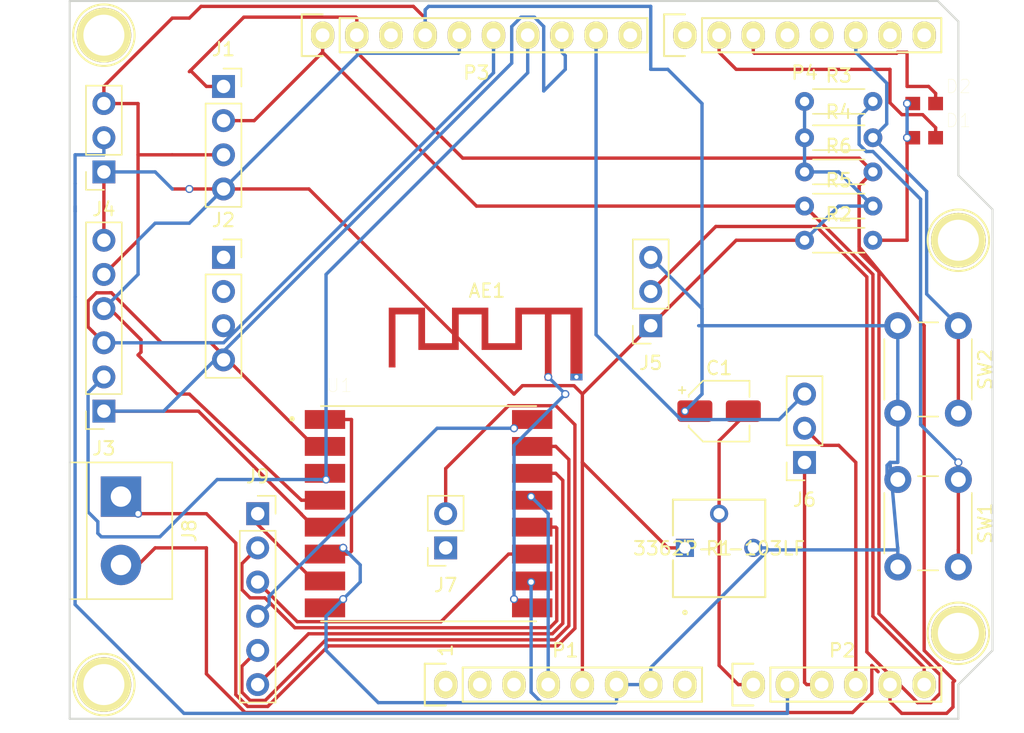
<source format=kicad_pcb>
(kicad_pcb (version 20171130) (host pcbnew "(5.1.5)-3")

  (general
    (thickness 1.6)
    (drawings 10)
    (tracks 347)
    (zones 0)
    (modules 30)
    (nets 48)
  )

  (page A4)
  (title_block
    (date 2020-05-08)
  )

  (layers
    (0 F.Cu signal)
    (31 B.Cu signal)
    (32 B.Adhes user)
    (33 F.Adhes user)
    (34 B.Paste user)
    (35 F.Paste user)
    (36 B.SilkS user)
    (37 F.SilkS user)
    (38 B.Mask user)
    (39 F.Mask user)
    (40 Dwgs.User user)
    (41 Cmts.User user)
    (42 Eco1.User user)
    (43 Eco2.User user)
    (44 Edge.Cuts user)
    (45 Margin user)
    (46 B.CrtYd user)
    (47 F.CrtYd user)
    (48 B.Fab user)
    (49 F.Fab user)
  )

  (setup
    (last_trace_width 0.25)
    (trace_clearance 0.2)
    (zone_clearance 0.508)
    (zone_45_only no)
    (trace_min 0.2)
    (via_size 0.6)
    (via_drill 0.4)
    (via_min_size 0.4)
    (via_min_drill 0.3)
    (uvia_size 0.3)
    (uvia_drill 0.1)
    (uvias_allowed no)
    (uvia_min_size 0.2)
    (uvia_min_drill 0.1)
    (edge_width 0.15)
    (segment_width 0.15)
    (pcb_text_width 0.3)
    (pcb_text_size 1.5 1.5)
    (mod_edge_width 0.15)
    (mod_text_size 1 1)
    (mod_text_width 0.15)
    (pad_size 4.064 4.064)
    (pad_drill 3.048)
    (pad_to_mask_clearance 0)
    (aux_axis_origin 110.998 126.365)
    (grid_origin 110.998 126.365)
    (visible_elements 7FFFFFFF)
    (pcbplotparams
      (layerselection 0x00030_ffffffff)
      (usegerberextensions false)
      (usegerberattributes false)
      (usegerberadvancedattributes false)
      (creategerberjobfile false)
      (excludeedgelayer true)
      (linewidth 0.100000)
      (plotframeref false)
      (viasonmask false)
      (mode 1)
      (useauxorigin false)
      (hpglpennumber 1)
      (hpglpenspeed 20)
      (hpglpendiameter 15.000000)
      (psnegative false)
      (psa4output false)
      (plotreference true)
      (plotvalue true)
      (plotinvisibletext false)
      (padsonsilk false)
      (subtractmaskfromsilk false)
      (outputformat 1)
      (mirror false)
      (drillshape 0)
      (scaleselection 1)
      (outputdirectory ""))
  )

  (net 0 "")
  (net 1 /IOREF)
  (net 2 /Reset)
  (net 3 +5V)
  (net 4 GND)
  (net 5 /Vin)
  (net 6 /A0)
  (net 7 /A1)
  (net 8 /A2)
  (net 9 /A3)
  (net 10 /AREF)
  (net 11 "/A4(SDA)")
  (net 12 "/A5(SCL)")
  (net 13 "/9(**)")
  (net 14 /8)
  (net 15 /7)
  (net 16 "/6(**)")
  (net 17 "/5(**)")
  (net 18 /4)
  (net 19 "/3(**)")
  (net 20 /2)
  (net 21 "/1(Tx)")
  (net 22 "/0(Rx)")
  (net 23 "Net-(P5-Pad1)")
  (net 24 "Net-(P6-Pad1)")
  (net 25 "Net-(P7-Pad1)")
  (net 26 "Net-(P8-Pad1)")
  (net 27 "/13(SCK)")
  (net 28 "/10(**/SS)")
  (net 29 "Net-(P1-Pad1)")
  (net 30 +3V3)
  (net 31 "/12(MISO)")
  (net 32 "/11(**/MOSI)")
  (net 33 "Net-(AE1-Pad1)")
  (net 34 "Net-(D1-Pad1)")
  (net 35 E0)
  (net 36 E1)
  (net 37 E2)
  (net 38 E3)
  (net 39 "Net-(J7-Pad1)")
  (net 40 "Net-(J7-Pad2)")
  (net 41 "Net-(J9-Pad1)")
  (net 42 "Net-(J9-Pad2)")
  (net 43 "Net-(J9-Pad3)")
  (net 44 "Net-(J9-Pad4)")
  (net 45 "Net-(J9-Pad5)")
  (net 46 "Net-(J9-Pad6)")
  (net 47 "Net-(R3-Pad2)")

  (net_class Default "This is the default net class."
    (clearance 0.2)
    (trace_width 0.25)
    (via_dia 0.6)
    (via_drill 0.4)
    (uvia_dia 0.3)
    (uvia_drill 0.1)
    (add_net +3V3)
    (add_net +5V)
    (add_net "/0(Rx)")
    (add_net "/1(Tx)")
    (add_net "/10(**/SS)")
    (add_net "/11(**/MOSI)")
    (add_net "/12(MISO)")
    (add_net "/13(SCK)")
    (add_net /2)
    (add_net "/3(**)")
    (add_net /4)
    (add_net "/5(**)")
    (add_net "/6(**)")
    (add_net /7)
    (add_net /8)
    (add_net "/9(**)")
    (add_net /A0)
    (add_net /A1)
    (add_net /A2)
    (add_net /A3)
    (add_net "/A4(SDA)")
    (add_net "/A5(SCL)")
    (add_net /AREF)
    (add_net /IOREF)
    (add_net /Reset)
    (add_net /Vin)
    (add_net E0)
    (add_net E1)
    (add_net E2)
    (add_net E3)
    (add_net GND)
    (add_net "Net-(AE1-Pad1)")
    (add_net "Net-(D1-Pad1)")
    (add_net "Net-(J7-Pad1)")
    (add_net "Net-(J7-Pad2)")
    (add_net "Net-(J9-Pad1)")
    (add_net "Net-(J9-Pad2)")
    (add_net "Net-(J9-Pad3)")
    (add_net "Net-(J9-Pad4)")
    (add_net "Net-(J9-Pad5)")
    (add_net "Net-(J9-Pad6)")
    (add_net "Net-(P1-Pad1)")
    (add_net "Net-(P5-Pad1)")
    (add_net "Net-(P6-Pad1)")
    (add_net "Net-(P7-Pad1)")
    (add_net "Net-(P8-Pad1)")
    (add_net "Net-(R3-Pad2)")
  )

  (module Resistor_THT:R_Axial_DIN0204_L3.6mm_D1.6mm_P5.08mm_Horizontal (layer F.Cu) (tedit 5AE5139B) (tstamp 5EB14C9C)
    (at 165.608 85.725)
    (descr "Resistor, Axial_DIN0204 series, Axial, Horizontal, pin pitch=5.08mm, 0.167W, length*diameter=3.6*1.6mm^2, http://cdn-reichelt.de/documents/datenblatt/B400/1_4W%23YAG.pdf")
    (tags "Resistor Axial_DIN0204 series Axial Horizontal pin pitch 5.08mm 0.167W length 3.6mm diameter 1.6mm")
    (path /5EBBA83C)
    (fp_text reference R6 (at 2.54 -1.92) (layer F.SilkS)
      (effects (font (size 1 1) (thickness 0.15)))
    )
    (fp_text value R (at 2.54 1.92) (layer F.Fab)
      (effects (font (size 1 1) (thickness 0.15)))
    )
    (fp_text user %R (at 2.54 0) (layer F.Fab)
      (effects (font (size 0.72 0.72) (thickness 0.108)))
    )
    (fp_line (start 6.03 -1.05) (end -0.95 -1.05) (layer F.CrtYd) (width 0.05))
    (fp_line (start 6.03 1.05) (end 6.03 -1.05) (layer F.CrtYd) (width 0.05))
    (fp_line (start -0.95 1.05) (end 6.03 1.05) (layer F.CrtYd) (width 0.05))
    (fp_line (start -0.95 -1.05) (end -0.95 1.05) (layer F.CrtYd) (width 0.05))
    (fp_line (start 0.62 0.92) (end 4.46 0.92) (layer F.SilkS) (width 0.12))
    (fp_line (start 0.62 -0.92) (end 4.46 -0.92) (layer F.SilkS) (width 0.12))
    (fp_line (start 5.08 0) (end 4.34 0) (layer F.Fab) (width 0.1))
    (fp_line (start 0 0) (end 0.74 0) (layer F.Fab) (width 0.1))
    (fp_line (start 4.34 -0.8) (end 0.74 -0.8) (layer F.Fab) (width 0.1))
    (fp_line (start 4.34 0.8) (end 4.34 -0.8) (layer F.Fab) (width 0.1))
    (fp_line (start 0.74 0.8) (end 4.34 0.8) (layer F.Fab) (width 0.1))
    (fp_line (start 0.74 -0.8) (end 0.74 0.8) (layer F.Fab) (width 0.1))
    (pad 2 thru_hole oval (at 5.08 0) (size 1.4 1.4) (drill 0.7) (layers *.Cu *.Mask)
      (net 11 "/A4(SDA)"))
    (pad 1 thru_hole circle (at 0 0) (size 1.4 1.4) (drill 0.7) (layers *.Cu *.Mask)
      (net 3 +5V))
    (model ${KISYS3DMOD}/Resistor_THT.3dshapes/R_Axial_DIN0204_L3.6mm_D1.6mm_P5.08mm_Horizontal.wrl
      (at (xyz 0 0 0))
      (scale (xyz 1 1 1))
      (rotate (xyz 0 0 0))
    )
  )

  (module Resistor_THT:R_Axial_DIN0204_L3.6mm_D1.6mm_P5.08mm_Horizontal (layer F.Cu) (tedit 5AE5139B) (tstamp 5EB14C8E)
    (at 165.608 88.265)
    (descr "Resistor, Axial_DIN0204 series, Axial, Horizontal, pin pitch=5.08mm, 0.167W, length*diameter=3.6*1.6mm^2, http://cdn-reichelt.de/documents/datenblatt/B400/1_4W%23YAG.pdf")
    (tags "Resistor Axial_DIN0204 series Axial Horizontal pin pitch 5.08mm 0.167W length 3.6mm diameter 1.6mm")
    (path /5EBB8D2E)
    (fp_text reference R5 (at 2.54 -1.92) (layer F.SilkS)
      (effects (font (size 1 1) (thickness 0.15)))
    )
    (fp_text value R (at 2.54 1.92) (layer F.Fab)
      (effects (font (size 1 1) (thickness 0.15)))
    )
    (fp_text user %R (at 2.54 0) (layer F.Fab)
      (effects (font (size 0.72 0.72) (thickness 0.108)))
    )
    (fp_line (start 6.03 -1.05) (end -0.95 -1.05) (layer F.CrtYd) (width 0.05))
    (fp_line (start 6.03 1.05) (end 6.03 -1.05) (layer F.CrtYd) (width 0.05))
    (fp_line (start -0.95 1.05) (end 6.03 1.05) (layer F.CrtYd) (width 0.05))
    (fp_line (start -0.95 -1.05) (end -0.95 1.05) (layer F.CrtYd) (width 0.05))
    (fp_line (start 0.62 0.92) (end 4.46 0.92) (layer F.SilkS) (width 0.12))
    (fp_line (start 0.62 -0.92) (end 4.46 -0.92) (layer F.SilkS) (width 0.12))
    (fp_line (start 5.08 0) (end 4.34 0) (layer F.Fab) (width 0.1))
    (fp_line (start 0 0) (end 0.74 0) (layer F.Fab) (width 0.1))
    (fp_line (start 4.34 -0.8) (end 0.74 -0.8) (layer F.Fab) (width 0.1))
    (fp_line (start 4.34 0.8) (end 4.34 -0.8) (layer F.Fab) (width 0.1))
    (fp_line (start 0.74 0.8) (end 4.34 0.8) (layer F.Fab) (width 0.1))
    (fp_line (start 0.74 -0.8) (end 0.74 0.8) (layer F.Fab) (width 0.1))
    (pad 2 thru_hole oval (at 5.08 0) (size 1.4 1.4) (drill 0.7) (layers *.Cu *.Mask)
      (net 3 +5V))
    (pad 1 thru_hole circle (at 0 0) (size 1.4 1.4) (drill 0.7) (layers *.Cu *.Mask)
      (net 12 "/A5(SCL)"))
    (model ${KISYS3DMOD}/Resistor_THT.3dshapes/R_Axial_DIN0204_L3.6mm_D1.6mm_P5.08mm_Horizontal.wrl
      (at (xyz 0 0 0))
      (scale (xyz 1 1 1))
      (rotate (xyz 0 0 0))
    )
  )

  (module Resistor_THT:R_Axial_DIN0204_L3.6mm_D1.6mm_P5.08mm_Horizontal (layer F.Cu) (tedit 5AE5139B) (tstamp 5EB1A20D)
    (at 165.608 83.185)
    (descr "Resistor, Axial_DIN0204 series, Axial, Horizontal, pin pitch=5.08mm, 0.167W, length*diameter=3.6*1.6mm^2, http://cdn-reichelt.de/documents/datenblatt/B400/1_4W%23YAG.pdf")
    (tags "Resistor Axial_DIN0204 series Axial Horizontal pin pitch 5.08mm 0.167W length 3.6mm diameter 1.6mm")
    (path /5EB8C84F)
    (fp_text reference R4 (at 2.54 -1.92) (layer F.SilkS)
      (effects (font (size 1 1) (thickness 0.15)))
    )
    (fp_text value R (at 2.54 1.92) (layer F.Fab)
      (effects (font (size 1 1) (thickness 0.15)))
    )
    (fp_text user %R (at 2.54 0) (layer F.Fab)
      (effects (font (size 0.72 0.72) (thickness 0.108)))
    )
    (fp_line (start 6.03 -1.05) (end -0.95 -1.05) (layer F.CrtYd) (width 0.05))
    (fp_line (start 6.03 1.05) (end 6.03 -1.05) (layer F.CrtYd) (width 0.05))
    (fp_line (start -0.95 1.05) (end 6.03 1.05) (layer F.CrtYd) (width 0.05))
    (fp_line (start -0.95 -1.05) (end -0.95 1.05) (layer F.CrtYd) (width 0.05))
    (fp_line (start 0.62 0.92) (end 4.46 0.92) (layer F.SilkS) (width 0.12))
    (fp_line (start 0.62 -0.92) (end 4.46 -0.92) (layer F.SilkS) (width 0.12))
    (fp_line (start 5.08 0) (end 4.34 0) (layer F.Fab) (width 0.1))
    (fp_line (start 0 0) (end 0.74 0) (layer F.Fab) (width 0.1))
    (fp_line (start 4.34 -0.8) (end 0.74 -0.8) (layer F.Fab) (width 0.1))
    (fp_line (start 4.34 0.8) (end 4.34 -0.8) (layer F.Fab) (width 0.1))
    (fp_line (start 0.74 0.8) (end 4.34 0.8) (layer F.Fab) (width 0.1))
    (fp_line (start 0.74 -0.8) (end 0.74 0.8) (layer F.Fab) (width 0.1))
    (pad 2 thru_hole oval (at 5.08 0) (size 1.4 1.4) (drill 0.7) (layers *.Cu *.Mask)
      (net 20 /2))
    (pad 1 thru_hole circle (at 0 0) (size 1.4 1.4) (drill 0.7) (layers *.Cu *.Mask)
      (net 3 +5V))
    (model ${KISYS3DMOD}/Resistor_THT.3dshapes/R_Axial_DIN0204_L3.6mm_D1.6mm_P5.08mm_Horizontal.wrl
      (at (xyz 0 0 0))
      (scale (xyz 1 1 1))
      (rotate (xyz 0 0 0))
    )
  )

  (module Resistor_THT:R_Axial_DIN0204_L3.6mm_D1.6mm_P5.08mm_Horizontal (layer F.Cu) (tedit 5AE5139B) (tstamp 5EB1A1FA)
    (at 165.608 80.490001)
    (descr "Resistor, Axial_DIN0204 series, Axial, Horizontal, pin pitch=5.08mm, 0.167W, length*diameter=3.6*1.6mm^2, http://cdn-reichelt.de/documents/datenblatt/B400/1_4W%23YAG.pdf")
    (tags "Resistor Axial_DIN0204 series Axial Horizontal pin pitch 5.08mm 0.167W length 3.6mm diameter 1.6mm")
    (path /5EB6C351)
    (fp_text reference R3 (at 2.54 -1.92) (layer F.SilkS)
      (effects (font (size 1 1) (thickness 0.15)))
    )
    (fp_text value R (at 2.54 1.92) (layer F.Fab)
      (effects (font (size 1 1) (thickness 0.15)))
    )
    (fp_text user %R (at 2.54 0) (layer F.Fab)
      (effects (font (size 0.72 0.72) (thickness 0.108)))
    )
    (fp_line (start 6.03 -1.05) (end -0.95 -1.05) (layer F.CrtYd) (width 0.05))
    (fp_line (start 6.03 1.05) (end 6.03 -1.05) (layer F.CrtYd) (width 0.05))
    (fp_line (start -0.95 1.05) (end 6.03 1.05) (layer F.CrtYd) (width 0.05))
    (fp_line (start -0.95 -1.05) (end -0.95 1.05) (layer F.CrtYd) (width 0.05))
    (fp_line (start 0.62 0.92) (end 4.46 0.92) (layer F.SilkS) (width 0.12))
    (fp_line (start 0.62 -0.92) (end 4.46 -0.92) (layer F.SilkS) (width 0.12))
    (fp_line (start 5.08 0) (end 4.34 0) (layer F.Fab) (width 0.1))
    (fp_line (start 0 0) (end 0.74 0) (layer F.Fab) (width 0.1))
    (fp_line (start 4.34 -0.8) (end 0.74 -0.8) (layer F.Fab) (width 0.1))
    (fp_line (start 4.34 0.8) (end 4.34 -0.8) (layer F.Fab) (width 0.1))
    (fp_line (start 0.74 0.8) (end 4.34 0.8) (layer F.Fab) (width 0.1))
    (fp_line (start 0.74 -0.8) (end 0.74 0.8) (layer F.Fab) (width 0.1))
    (pad 2 thru_hole oval (at 5.08 0) (size 1.4 1.4) (drill 0.7) (layers *.Cu *.Mask)
      (net 47 "Net-(R3-Pad2)"))
    (pad 1 thru_hole circle (at 0 0) (size 1.4 1.4) (drill 0.7) (layers *.Cu *.Mask)
      (net 3 +5V))
    (model ${KISYS3DMOD}/Resistor_THT.3dshapes/R_Axial_DIN0204_L3.6mm_D1.6mm_P5.08mm_Horizontal.wrl
      (at (xyz 0 0 0))
      (scale (xyz 1 1 1))
      (rotate (xyz 0 0 0))
    )
  )

  (module Button_Switch_THT:SW_PUSH_6mm (layer F.Cu) (tedit 5A02FE31) (tstamp 5EB14CBF)
    (at 177.038 97.155 270)
    (descr https://www.omron.com/ecb/products/pdf/en-b3f.pdf)
    (tags "tact sw push 6mm")
    (path /5EB557FA)
    (fp_text reference SW2 (at 3.25 -2 90) (layer F.SilkS)
      (effects (font (size 1 1) (thickness 0.15)))
    )
    (fp_text value SW_Push (at 3.75 6.7 90) (layer F.Fab)
      (effects (font (size 1 1) (thickness 0.15)))
    )
    (fp_circle (center 3.25 2.25) (end 1.25 2.5) (layer F.Fab) (width 0.1))
    (fp_line (start 6.75 3) (end 6.75 1.5) (layer F.SilkS) (width 0.12))
    (fp_line (start 5.5 -1) (end 1 -1) (layer F.SilkS) (width 0.12))
    (fp_line (start -0.25 1.5) (end -0.25 3) (layer F.SilkS) (width 0.12))
    (fp_line (start 1 5.5) (end 5.5 5.5) (layer F.SilkS) (width 0.12))
    (fp_line (start 8 -1.25) (end 8 5.75) (layer F.CrtYd) (width 0.05))
    (fp_line (start 7.75 6) (end -1.25 6) (layer F.CrtYd) (width 0.05))
    (fp_line (start -1.5 5.75) (end -1.5 -1.25) (layer F.CrtYd) (width 0.05))
    (fp_line (start -1.25 -1.5) (end 7.75 -1.5) (layer F.CrtYd) (width 0.05))
    (fp_line (start -1.5 6) (end -1.25 6) (layer F.CrtYd) (width 0.05))
    (fp_line (start -1.5 5.75) (end -1.5 6) (layer F.CrtYd) (width 0.05))
    (fp_line (start -1.5 -1.5) (end -1.25 -1.5) (layer F.CrtYd) (width 0.05))
    (fp_line (start -1.5 -1.25) (end -1.5 -1.5) (layer F.CrtYd) (width 0.05))
    (fp_line (start 8 -1.5) (end 8 -1.25) (layer F.CrtYd) (width 0.05))
    (fp_line (start 7.75 -1.5) (end 8 -1.5) (layer F.CrtYd) (width 0.05))
    (fp_line (start 8 6) (end 8 5.75) (layer F.CrtYd) (width 0.05))
    (fp_line (start 7.75 6) (end 8 6) (layer F.CrtYd) (width 0.05))
    (fp_line (start 0.25 -0.75) (end 3.25 -0.75) (layer F.Fab) (width 0.1))
    (fp_line (start 0.25 5.25) (end 0.25 -0.75) (layer F.Fab) (width 0.1))
    (fp_line (start 6.25 5.25) (end 0.25 5.25) (layer F.Fab) (width 0.1))
    (fp_line (start 6.25 -0.75) (end 6.25 5.25) (layer F.Fab) (width 0.1))
    (fp_line (start 3.25 -0.75) (end 6.25 -0.75) (layer F.Fab) (width 0.1))
    (fp_text user %R (at 3.25 2.25 90) (layer F.Fab)
      (effects (font (size 1 1) (thickness 0.15)))
    )
    (pad 1 thru_hole circle (at 6.5 0) (size 2 2) (drill 1.1) (layers *.Cu *.Mask)
      (net 20 /2))
    (pad 2 thru_hole circle (at 6.5 4.5) (size 2 2) (drill 1.1) (layers *.Cu *.Mask)
      (net 4 GND))
    (pad 1 thru_hole circle (at 0 0) (size 2 2) (drill 1.1) (layers *.Cu *.Mask)
      (net 20 /2))
    (pad 2 thru_hole circle (at 0 4.5) (size 2 2) (drill 1.1) (layers *.Cu *.Mask)
      (net 4 GND))
    (model ${KISYS3DMOD}/Button_Switch_THT.3dshapes/SW_PUSH_6mm.wrl
      (at (xyz 0 0 0))
      (scale (xyz 1 1 1))
      (rotate (xyz 0 0 0))
    )
  )

  (module Button_Switch_THT:SW_PUSH_6mm (layer F.Cu) (tedit 5A02FE31) (tstamp 5EB14CAA)
    (at 177.038 108.585 270)
    (descr https://www.omron.com/ecb/products/pdf/en-b3f.pdf)
    (tags "tact sw push 6mm")
    (path /5EB54A30)
    (fp_text reference SW1 (at 3.25 -2 90) (layer F.SilkS)
      (effects (font (size 1 1) (thickness 0.15)))
    )
    (fp_text value SW_Push (at 3.75 6.7 90) (layer F.Fab)
      (effects (font (size 1 1) (thickness 0.15)))
    )
    (fp_circle (center 3.25 2.25) (end 1.25 2.5) (layer F.Fab) (width 0.1))
    (fp_line (start 6.75 3) (end 6.75 1.5) (layer F.SilkS) (width 0.12))
    (fp_line (start 5.5 -1) (end 1 -1) (layer F.SilkS) (width 0.12))
    (fp_line (start -0.25 1.5) (end -0.25 3) (layer F.SilkS) (width 0.12))
    (fp_line (start 1 5.5) (end 5.5 5.5) (layer F.SilkS) (width 0.12))
    (fp_line (start 8 -1.25) (end 8 5.75) (layer F.CrtYd) (width 0.05))
    (fp_line (start 7.75 6) (end -1.25 6) (layer F.CrtYd) (width 0.05))
    (fp_line (start -1.5 5.75) (end -1.5 -1.25) (layer F.CrtYd) (width 0.05))
    (fp_line (start -1.25 -1.5) (end 7.75 -1.5) (layer F.CrtYd) (width 0.05))
    (fp_line (start -1.5 6) (end -1.25 6) (layer F.CrtYd) (width 0.05))
    (fp_line (start -1.5 5.75) (end -1.5 6) (layer F.CrtYd) (width 0.05))
    (fp_line (start -1.5 -1.5) (end -1.25 -1.5) (layer F.CrtYd) (width 0.05))
    (fp_line (start -1.5 -1.25) (end -1.5 -1.5) (layer F.CrtYd) (width 0.05))
    (fp_line (start 8 -1.5) (end 8 -1.25) (layer F.CrtYd) (width 0.05))
    (fp_line (start 7.75 -1.5) (end 8 -1.5) (layer F.CrtYd) (width 0.05))
    (fp_line (start 8 6) (end 8 5.75) (layer F.CrtYd) (width 0.05))
    (fp_line (start 7.75 6) (end 8 6) (layer F.CrtYd) (width 0.05))
    (fp_line (start 0.25 -0.75) (end 3.25 -0.75) (layer F.Fab) (width 0.1))
    (fp_line (start 0.25 5.25) (end 0.25 -0.75) (layer F.Fab) (width 0.1))
    (fp_line (start 6.25 5.25) (end 0.25 5.25) (layer F.Fab) (width 0.1))
    (fp_line (start 6.25 -0.75) (end 6.25 5.25) (layer F.Fab) (width 0.1))
    (fp_line (start 3.25 -0.75) (end 6.25 -0.75) (layer F.Fab) (width 0.1))
    (fp_text user %R (at 3.25 2.25 90) (layer F.Fab)
      (effects (font (size 1 1) (thickness 0.15)))
    )
    (pad 1 thru_hole circle (at 6.5 0) (size 2 2) (drill 1.1) (layers *.Cu *.Mask)
      (net 47 "Net-(R3-Pad2)"))
    (pad 2 thru_hole circle (at 6.5 4.5) (size 2 2) (drill 1.1) (layers *.Cu *.Mask)
      (net 4 GND))
    (pad 1 thru_hole circle (at 0 0) (size 2 2) (drill 1.1) (layers *.Cu *.Mask)
      (net 47 "Net-(R3-Pad2)"))
    (pad 2 thru_hole circle (at 0 4.5) (size 2 2) (drill 1.1) (layers *.Cu *.Mask)
      (net 4 GND))
    (model ${KISYS3DMOD}/Button_Switch_THT.3dshapes/SW_PUSH_6mm.wrl
      (at (xyz 0 0 0))
      (scale (xyz 1 1 1))
      (rotate (xyz 0 0 0))
    )
  )

  (module Capacitor_SMD:CP_Elec_4x3 (layer F.Cu) (tedit 5BCA39CF) (tstamp 5EB14B7E)
    (at 159.258 103.505)
    (descr "SMD capacitor, aluminum electrolytic, Nichicon, 4.0x3mm")
    (tags "capacitor electrolytic")
    (path /5EDC5EC1)
    (attr smd)
    (fp_text reference C1 (at 0 -3.2) (layer F.SilkS)
      (effects (font (size 1 1) (thickness 0.15)))
    )
    (fp_text value 100nF (at 0 3.2) (layer F.Fab)
      (effects (font (size 1 1) (thickness 0.15)))
    )
    (fp_text user %R (at 0 0) (layer F.Fab)
      (effects (font (size 0.8 0.8) (thickness 0.12)))
    )
    (fp_line (start -3.35 1.05) (end -2.4 1.05) (layer F.CrtYd) (width 0.05))
    (fp_line (start -3.35 -1.05) (end -3.35 1.05) (layer F.CrtYd) (width 0.05))
    (fp_line (start -2.4 -1.05) (end -3.35 -1.05) (layer F.CrtYd) (width 0.05))
    (fp_line (start -2.4 1.05) (end -2.4 1.25) (layer F.CrtYd) (width 0.05))
    (fp_line (start -2.4 -1.25) (end -2.4 -1.05) (layer F.CrtYd) (width 0.05))
    (fp_line (start -2.4 -1.25) (end -1.25 -2.4) (layer F.CrtYd) (width 0.05))
    (fp_line (start -2.4 1.25) (end -1.25 2.4) (layer F.CrtYd) (width 0.05))
    (fp_line (start -1.25 -2.4) (end 2.4 -2.4) (layer F.CrtYd) (width 0.05))
    (fp_line (start -1.25 2.4) (end 2.4 2.4) (layer F.CrtYd) (width 0.05))
    (fp_line (start 2.4 1.05) (end 2.4 2.4) (layer F.CrtYd) (width 0.05))
    (fp_line (start 3.35 1.05) (end 2.4 1.05) (layer F.CrtYd) (width 0.05))
    (fp_line (start 3.35 -1.05) (end 3.35 1.05) (layer F.CrtYd) (width 0.05))
    (fp_line (start 2.4 -1.05) (end 3.35 -1.05) (layer F.CrtYd) (width 0.05))
    (fp_line (start 2.4 -2.4) (end 2.4 -1.05) (layer F.CrtYd) (width 0.05))
    (fp_line (start -2.75 -1.81) (end -2.75 -1.31) (layer F.SilkS) (width 0.12))
    (fp_line (start -3 -1.56) (end -2.5 -1.56) (layer F.SilkS) (width 0.12))
    (fp_line (start -2.26 1.195563) (end -1.195563 2.26) (layer F.SilkS) (width 0.12))
    (fp_line (start -2.26 -1.195563) (end -1.195563 -2.26) (layer F.SilkS) (width 0.12))
    (fp_line (start -2.26 -1.195563) (end -2.26 -1.06) (layer F.SilkS) (width 0.12))
    (fp_line (start -2.26 1.195563) (end -2.26 1.06) (layer F.SilkS) (width 0.12))
    (fp_line (start -1.195563 2.26) (end 2.26 2.26) (layer F.SilkS) (width 0.12))
    (fp_line (start -1.195563 -2.26) (end 2.26 -2.26) (layer F.SilkS) (width 0.12))
    (fp_line (start 2.26 -2.26) (end 2.26 -1.06) (layer F.SilkS) (width 0.12))
    (fp_line (start 2.26 2.26) (end 2.26 1.06) (layer F.SilkS) (width 0.12))
    (fp_line (start -1.374773 -1.2) (end -1.374773 -0.8) (layer F.Fab) (width 0.1))
    (fp_line (start -1.574773 -1) (end -1.174773 -1) (layer F.Fab) (width 0.1))
    (fp_line (start -2.15 1.15) (end -1.15 2.15) (layer F.Fab) (width 0.1))
    (fp_line (start -2.15 -1.15) (end -1.15 -2.15) (layer F.Fab) (width 0.1))
    (fp_line (start -2.15 -1.15) (end -2.15 1.15) (layer F.Fab) (width 0.1))
    (fp_line (start -1.15 2.15) (end 2.15 2.15) (layer F.Fab) (width 0.1))
    (fp_line (start -1.15 -2.15) (end 2.15 -2.15) (layer F.Fab) (width 0.1))
    (fp_line (start 2.15 -2.15) (end 2.15 2.15) (layer F.Fab) (width 0.1))
    (fp_circle (center 0 0) (end 2 0) (layer F.Fab) (width 0.1))
    (pad 2 smd roundrect (at 1.8 0) (size 2.6 1.6) (layers F.Cu F.Paste F.Mask) (roundrect_rratio 0.15625)
      (net 6 /A0))
    (pad 1 smd roundrect (at -1.8 0) (size 2.6 1.6) (layers F.Cu F.Paste F.Mask) (roundrect_rratio 0.15625)
      (net 4 GND))
    (model ${KISYS3DMOD}/Capacitor_SMD.3dshapes/CP_Elec_4x3.wrl
      (at (xyz 0 0 0))
      (scale (xyz 1 1 1))
      (rotate (xyz 0 0 0))
    )
  )

  (module Connector_PinSocket_2.54mm:PinSocket_1x02_P2.54mm_Vertical (layer F.Cu) (tedit 5A19A420) (tstamp 5EB14C59)
    (at 138.938 113.665 180)
    (descr "Through hole straight socket strip, 1x02, 2.54mm pitch, single row (from Kicad 4.0.7), script generated")
    (tags "Through hole socket strip THT 1x02 2.54mm single row")
    (path /5ED9D251)
    (fp_text reference J7 (at 0 -2.77) (layer F.SilkS)
      (effects (font (size 1 1) (thickness 0.15)))
    )
    (fp_text value Conn_01x02_Female (at 0 5.31) (layer F.Fab)
      (effects (font (size 1 1) (thickness 0.15)))
    )
    (fp_text user %R (at 0 1.27 90) (layer F.Fab)
      (effects (font (size 1 1) (thickness 0.15)))
    )
    (fp_line (start -1.8 4.3) (end -1.8 -1.8) (layer F.CrtYd) (width 0.05))
    (fp_line (start 1.75 4.3) (end -1.8 4.3) (layer F.CrtYd) (width 0.05))
    (fp_line (start 1.75 -1.8) (end 1.75 4.3) (layer F.CrtYd) (width 0.05))
    (fp_line (start -1.8 -1.8) (end 1.75 -1.8) (layer F.CrtYd) (width 0.05))
    (fp_line (start 0 -1.33) (end 1.33 -1.33) (layer F.SilkS) (width 0.12))
    (fp_line (start 1.33 -1.33) (end 1.33 0) (layer F.SilkS) (width 0.12))
    (fp_line (start 1.33 1.27) (end 1.33 3.87) (layer F.SilkS) (width 0.12))
    (fp_line (start -1.33 3.87) (end 1.33 3.87) (layer F.SilkS) (width 0.12))
    (fp_line (start -1.33 1.27) (end -1.33 3.87) (layer F.SilkS) (width 0.12))
    (fp_line (start -1.33 1.27) (end 1.33 1.27) (layer F.SilkS) (width 0.12))
    (fp_line (start -1.27 3.81) (end -1.27 -1.27) (layer F.Fab) (width 0.1))
    (fp_line (start 1.27 3.81) (end -1.27 3.81) (layer F.Fab) (width 0.1))
    (fp_line (start 1.27 -0.635) (end 1.27 3.81) (layer F.Fab) (width 0.1))
    (fp_line (start 0.635 -1.27) (end 1.27 -0.635) (layer F.Fab) (width 0.1))
    (fp_line (start -1.27 -1.27) (end 0.635 -1.27) (layer F.Fab) (width 0.1))
    (pad 2 thru_hole oval (at 0 2.54 180) (size 1.7 1.7) (drill 1) (layers *.Cu *.Mask)
      (net 40 "Net-(J7-Pad2)"))
    (pad 1 thru_hole rect (at 0 0 180) (size 1.7 1.7) (drill 1) (layers *.Cu *.Mask)
      (net 39 "Net-(J7-Pad1)"))
    (model ${KISYS3DMOD}/Connector_PinSocket_2.54mm.3dshapes/PinSocket_1x02_P2.54mm_Vertical.wrl
      (at (xyz 0 0 0))
      (scale (xyz 1 1 1))
      (rotate (xyz 0 0 0))
    )
  )

  (module Connector_PinSocket_2.54mm:PinSocket_1x03_P2.54mm_Vertical (layer F.Cu) (tedit 5A19A429) (tstamp 5EB14C1D)
    (at 165.608 107.315 180)
    (descr "Through hole straight socket strip, 1x03, 2.54mm pitch, single row (from Kicad 4.0.7), script generated")
    (tags "Through hole socket strip THT 1x03 2.54mm single row")
    (path /5EDB3C96)
    (fp_text reference J6 (at 0 -2.77) (layer F.SilkS)
      (effects (font (size 1 1) (thickness 0.15)))
    )
    (fp_text value Conn_01x03_Female (at 0 7.85) (layer F.Fab)
      (effects (font (size 1 1) (thickness 0.15)))
    )
    (fp_text user %R (at 0 2.54 90) (layer F.Fab)
      (effects (font (size 1 1) (thickness 0.15)))
    )
    (fp_line (start -1.8 6.85) (end -1.8 -1.8) (layer F.CrtYd) (width 0.05))
    (fp_line (start 1.75 6.85) (end -1.8 6.85) (layer F.CrtYd) (width 0.05))
    (fp_line (start 1.75 -1.8) (end 1.75 6.85) (layer F.CrtYd) (width 0.05))
    (fp_line (start -1.8 -1.8) (end 1.75 -1.8) (layer F.CrtYd) (width 0.05))
    (fp_line (start 0 -1.33) (end 1.33 -1.33) (layer F.SilkS) (width 0.12))
    (fp_line (start 1.33 -1.33) (end 1.33 0) (layer F.SilkS) (width 0.12))
    (fp_line (start 1.33 1.27) (end 1.33 6.41) (layer F.SilkS) (width 0.12))
    (fp_line (start -1.33 6.41) (end 1.33 6.41) (layer F.SilkS) (width 0.12))
    (fp_line (start -1.33 1.27) (end -1.33 6.41) (layer F.SilkS) (width 0.12))
    (fp_line (start -1.33 1.27) (end 1.33 1.27) (layer F.SilkS) (width 0.12))
    (fp_line (start -1.27 6.35) (end -1.27 -1.27) (layer F.Fab) (width 0.1))
    (fp_line (start 1.27 6.35) (end -1.27 6.35) (layer F.Fab) (width 0.1))
    (fp_line (start 1.27 -0.635) (end 1.27 6.35) (layer F.Fab) (width 0.1))
    (fp_line (start 0.635 -1.27) (end 1.27 -0.635) (layer F.Fab) (width 0.1))
    (fp_line (start -1.27 -1.27) (end 0.635 -1.27) (layer F.Fab) (width 0.1))
    (pad 3 thru_hole oval (at 0 5.08 180) (size 1.7 1.7) (drill 1) (layers *.Cu *.Mask)
      (net 13 "/9(**)"))
    (pad 2 thru_hole oval (at 0 2.54 180) (size 1.7 1.7) (drill 1) (layers *.Cu *.Mask)
      (net 9 /A3))
    (pad 1 thru_hole rect (at 0 0 180) (size 1.7 1.7) (drill 1) (layers *.Cu *.Mask)
      (net 8 /A2))
    (model ${KISYS3DMOD}/Connector_PinSocket_2.54mm.3dshapes/PinSocket_1x03_P2.54mm_Vertical.wrl
      (at (xyz 0 0 0))
      (scale (xyz 1 1 1))
      (rotate (xyz 0 0 0))
    )
  )

  (module Connector_PinSocket_2.54mm:PinSocket_1x03_P2.54mm_Vertical (layer F.Cu) (tedit 5A19A429) (tstamp 5EB14BE1)
    (at 154.178 97.155 180)
    (descr "Through hole straight socket strip, 1x03, 2.54mm pitch, single row (from Kicad 4.0.7), script generated")
    (tags "Through hole socket strip THT 1x03 2.54mm single row")
    (path /5EC58053)
    (fp_text reference J5 (at 0 -2.77) (layer F.SilkS)
      (effects (font (size 1 1) (thickness 0.15)))
    )
    (fp_text value Conn_01x03_Female (at 0 7.85) (layer F.Fab)
      (effects (font (size 1 1) (thickness 0.15)))
    )
    (fp_text user %R (at 0 2.54 90) (layer F.Fab)
      (effects (font (size 1 1) (thickness 0.15)))
    )
    (fp_line (start -1.8 6.85) (end -1.8 -1.8) (layer F.CrtYd) (width 0.05))
    (fp_line (start 1.75 6.85) (end -1.8 6.85) (layer F.CrtYd) (width 0.05))
    (fp_line (start 1.75 -1.8) (end 1.75 6.85) (layer F.CrtYd) (width 0.05))
    (fp_line (start -1.8 -1.8) (end 1.75 -1.8) (layer F.CrtYd) (width 0.05))
    (fp_line (start 0 -1.33) (end 1.33 -1.33) (layer F.SilkS) (width 0.12))
    (fp_line (start 1.33 -1.33) (end 1.33 0) (layer F.SilkS) (width 0.12))
    (fp_line (start 1.33 1.27) (end 1.33 6.41) (layer F.SilkS) (width 0.12))
    (fp_line (start -1.33 6.41) (end 1.33 6.41) (layer F.SilkS) (width 0.12))
    (fp_line (start -1.33 1.27) (end -1.33 6.41) (layer F.SilkS) (width 0.12))
    (fp_line (start -1.33 1.27) (end 1.33 1.27) (layer F.SilkS) (width 0.12))
    (fp_line (start -1.27 6.35) (end -1.27 -1.27) (layer F.Fab) (width 0.1))
    (fp_line (start 1.27 6.35) (end -1.27 6.35) (layer F.Fab) (width 0.1))
    (fp_line (start 1.27 -0.635) (end 1.27 6.35) (layer F.Fab) (width 0.1))
    (fp_line (start 0.635 -1.27) (end 1.27 -0.635) (layer F.Fab) (width 0.1))
    (fp_line (start -1.27 -1.27) (end 0.635 -1.27) (layer F.Fab) (width 0.1))
    (pad 3 thru_hole oval (at 0 5.08 180) (size 1.7 1.7) (drill 1) (layers *.Cu *.Mask)
      (net 4 GND))
    (pad 2 thru_hole oval (at 0 2.54 180) (size 1.7 1.7) (drill 1) (layers *.Cu *.Mask)
      (net 11 "/A4(SDA)"))
    (pad 1 thru_hole rect (at 0 0 180) (size 1.7 1.7) (drill 1) (layers *.Cu *.Mask)
      (net 3 +5V))
    (model ${KISYS3DMOD}/Connector_PinSocket_2.54mm.3dshapes/PinSocket_1x03_P2.54mm_Vertical.wrl
      (at (xyz 0 0 0))
      (scale (xyz 1 1 1))
      (rotate (xyz 0 0 0))
    )
  )

  (module Connector_PinSocket_2.54mm:PinSocket_1x03_P2.54mm_Vertical (layer F.Cu) (tedit 5A19A429) (tstamp 5EB14BA5)
    (at 113.538 85.725 180)
    (descr "Through hole straight socket strip, 1x03, 2.54mm pitch, single row (from Kicad 4.0.7), script generated")
    (tags "Through hole socket strip THT 1x03 2.54mm single row")
    (path /5EBA2383)
    (fp_text reference J4 (at 0 -2.77) (layer F.SilkS)
      (effects (font (size 1 1) (thickness 0.15)))
    )
    (fp_text value Conn_01x03_Female (at 0 7.85) (layer F.Fab)
      (effects (font (size 1 1) (thickness 0.15)))
    )
    (fp_text user %R (at 0 2.54 90) (layer F.Fab)
      (effects (font (size 1 1) (thickness 0.15)))
    )
    (fp_line (start -1.8 6.85) (end -1.8 -1.8) (layer F.CrtYd) (width 0.05))
    (fp_line (start 1.75 6.85) (end -1.8 6.85) (layer F.CrtYd) (width 0.05))
    (fp_line (start 1.75 -1.8) (end 1.75 6.85) (layer F.CrtYd) (width 0.05))
    (fp_line (start -1.8 -1.8) (end 1.75 -1.8) (layer F.CrtYd) (width 0.05))
    (fp_line (start 0 -1.33) (end 1.33 -1.33) (layer F.SilkS) (width 0.12))
    (fp_line (start 1.33 -1.33) (end 1.33 0) (layer F.SilkS) (width 0.12))
    (fp_line (start 1.33 1.27) (end 1.33 6.41) (layer F.SilkS) (width 0.12))
    (fp_line (start -1.33 6.41) (end 1.33 6.41) (layer F.SilkS) (width 0.12))
    (fp_line (start -1.33 1.27) (end -1.33 6.41) (layer F.SilkS) (width 0.12))
    (fp_line (start -1.33 1.27) (end 1.33 1.27) (layer F.SilkS) (width 0.12))
    (fp_line (start -1.27 6.35) (end -1.27 -1.27) (layer F.Fab) (width 0.1))
    (fp_line (start 1.27 6.35) (end -1.27 6.35) (layer F.Fab) (width 0.1))
    (fp_line (start 1.27 -0.635) (end 1.27 6.35) (layer F.Fab) (width 0.1))
    (fp_line (start 0.635 -1.27) (end 1.27 -0.635) (layer F.Fab) (width 0.1))
    (fp_line (start -1.27 -1.27) (end 0.635 -1.27) (layer F.Fab) (width 0.1))
    (pad 3 thru_hole oval (at 0 5.08 180) (size 1.7 1.7) (drill 1) (layers *.Cu *.Mask)
      (net 4 GND))
    (pad 2 thru_hole oval (at 0 2.54 180) (size 1.7 1.7) (drill 1) (layers *.Cu *.Mask)
      (net 7 /A1))
    (pad 1 thru_hole rect (at 0 0 180) (size 1.7 1.7) (drill 1) (layers *.Cu *.Mask)
      (net 3 +5V))
    (model ${KISYS3DMOD}/Connector_PinSocket_2.54mm.3dshapes/PinSocket_1x03_P2.54mm_Vertical.wrl
      (at (xyz 0 0 0))
      (scale (xyz 1 1 1))
      (rotate (xyz 0 0 0))
    )
  )

  (module Connector_PinSocket_2.54mm:PinSocket_1x06_P2.54mm_Vertical (layer F.Cu) (tedit 5A19A430) (tstamp 5EB1A09E)
    (at 113.538 103.505 180)
    (descr "Through hole straight socket strip, 1x06, 2.54mm pitch, single row (from Kicad 4.0.7), script generated")
    (tags "Through hole socket strip THT 1x06 2.54mm single row")
    (path /5EC1E40C)
    (fp_text reference J3 (at 0 -2.77) (layer F.SilkS)
      (effects (font (size 1 1) (thickness 0.15)))
    )
    (fp_text value Conn_01x06_Female (at 0 15.47) (layer F.Fab)
      (effects (font (size 1 1) (thickness 0.15)))
    )
    (fp_text user %R (at 0 6.35 90) (layer F.Fab)
      (effects (font (size 1 1) (thickness 0.15)))
    )
    (fp_line (start -1.8 14.45) (end -1.8 -1.8) (layer F.CrtYd) (width 0.05))
    (fp_line (start 1.75 14.45) (end -1.8 14.45) (layer F.CrtYd) (width 0.05))
    (fp_line (start 1.75 -1.8) (end 1.75 14.45) (layer F.CrtYd) (width 0.05))
    (fp_line (start -1.8 -1.8) (end 1.75 -1.8) (layer F.CrtYd) (width 0.05))
    (fp_line (start 0 -1.33) (end 1.33 -1.33) (layer F.SilkS) (width 0.12))
    (fp_line (start 1.33 -1.33) (end 1.33 0) (layer F.SilkS) (width 0.12))
    (fp_line (start 1.33 1.27) (end 1.33 14.03) (layer F.SilkS) (width 0.12))
    (fp_line (start -1.33 14.03) (end 1.33 14.03) (layer F.SilkS) (width 0.12))
    (fp_line (start -1.33 1.27) (end -1.33 14.03) (layer F.SilkS) (width 0.12))
    (fp_line (start -1.33 1.27) (end 1.33 1.27) (layer F.SilkS) (width 0.12))
    (fp_line (start -1.27 13.97) (end -1.27 -1.27) (layer F.Fab) (width 0.1))
    (fp_line (start 1.27 13.97) (end -1.27 13.97) (layer F.Fab) (width 0.1))
    (fp_line (start 1.27 -0.635) (end 1.27 13.97) (layer F.Fab) (width 0.1))
    (fp_line (start 0.635 -1.27) (end 1.27 -0.635) (layer F.Fab) (width 0.1))
    (fp_line (start -1.27 -1.27) (end 0.635 -1.27) (layer F.Fab) (width 0.1))
    (pad 6 thru_hole oval (at 0 12.7 180) (size 1.7 1.7) (drill 1) (layers *.Cu *.Mask)
      (net 3 +5V))
    (pad 5 thru_hole oval (at 0 10.16 180) (size 1.7 1.7) (drill 1) (layers *.Cu *.Mask)
      (net 4 GND))
    (pad 4 thru_hole oval (at 0 7.62 180) (size 1.7 1.7) (drill 1) (layers *.Cu *.Mask)
      (net 27 "/13(SCK)"))
    (pad 3 thru_hole oval (at 0 5.08 180) (size 1.7 1.7) (drill 1) (layers *.Cu *.Mask)
      (net 31 "/12(MISO)"))
    (pad 2 thru_hole oval (at 0 2.54 180) (size 1.7 1.7) (drill 1) (layers *.Cu *.Mask)
      (net 32 "/11(**/MOSI)"))
    (pad 1 thru_hole rect (at 0 0 180) (size 1.7 1.7) (drill 1) (layers *.Cu *.Mask)
      (net 28 "/10(**/SS)"))
    (model ${KISYS3DMOD}/Connector_PinSocket_2.54mm.3dshapes/PinSocket_1x06_P2.54mm_Vertical.wrl
      (at (xyz 0 0 0))
      (scale (xyz 1 1 1))
      (rotate (xyz 0 0 0))
    )
  )

  (module Socket_Arduino_Uno:Arduino_1pin locked (layer F.Cu) (tedit 5524FC4A) (tstamp 5524FC44)
    (at 177.038 120.015)
    (descr "module 1 pin (ou trou mecanique de percage)")
    (tags DEV)
    (path /56D71274)
    (fp_text reference P6 (at 0 -3.048) (layer F.SilkS) hide
      (effects (font (size 1 1) (thickness 0.15)))
    )
    (fp_text value CONN_01X01 (at 0 2.794) (layer F.Fab) hide
      (effects (font (size 1 1) (thickness 0.15)))
    )
    (fp_circle (center 0 0) (end 0 -2.286) (layer F.SilkS) (width 0.15))
    (pad 1 thru_hole circle (at 0 0) (size 4.064 4.064) (drill 3.048) (layers *.Cu *.Mask F.SilkS)
      (net 24 "Net-(P6-Pad1)"))
  )

  (module TerminalBlock:TerminalBlock_bornier-2_P5.08mm (layer F.Cu) (tedit 59FF03AB) (tstamp 5EB1A1A0)
    (at 114.808 109.855 270)
    (descr "simple 2-pin terminal block, pitch 5.08mm, revamped version of bornier2")
    (tags "terminal block bornier2")
    (path /5ECF5593)
    (fp_text reference J8 (at 2.54 -5.08 90) (layer F.SilkS)
      (effects (font (size 1 1) (thickness 0.15)))
    )
    (fp_text value Screw_Terminal_01x02 (at 2.54 5.08 90) (layer F.Fab)
      (effects (font (size 1 1) (thickness 0.15)))
    )
    (fp_text user %R (at 2.54 0 90) (layer F.Fab)
      (effects (font (size 1 1) (thickness 0.15)))
    )
    (fp_line (start -2.41 2.55) (end 7.49 2.55) (layer F.Fab) (width 0.1))
    (fp_line (start -2.46 -3.75) (end -2.46 3.75) (layer F.Fab) (width 0.1))
    (fp_line (start -2.46 3.75) (end 7.54 3.75) (layer F.Fab) (width 0.1))
    (fp_line (start 7.54 3.75) (end 7.54 -3.75) (layer F.Fab) (width 0.1))
    (fp_line (start 7.54 -3.75) (end -2.46 -3.75) (layer F.Fab) (width 0.1))
    (fp_line (start 7.62 2.54) (end -2.54 2.54) (layer F.SilkS) (width 0.12))
    (fp_line (start 7.62 3.81) (end 7.62 -3.81) (layer F.SilkS) (width 0.12))
    (fp_line (start 7.62 -3.81) (end -2.54 -3.81) (layer F.SilkS) (width 0.12))
    (fp_line (start -2.54 -3.81) (end -2.54 3.81) (layer F.SilkS) (width 0.12))
    (fp_line (start -2.54 3.81) (end 7.62 3.81) (layer F.SilkS) (width 0.12))
    (fp_line (start -2.71 -4) (end 7.79 -4) (layer F.CrtYd) (width 0.05))
    (fp_line (start -2.71 -4) (end -2.71 4) (layer F.CrtYd) (width 0.05))
    (fp_line (start 7.79 4) (end 7.79 -4) (layer F.CrtYd) (width 0.05))
    (fp_line (start 7.79 4) (end -2.71 4) (layer F.CrtYd) (width 0.05))
    (pad 1 thru_hole rect (at 0 0 270) (size 3 3) (drill 1.52) (layers *.Cu *.Mask)
      (net 40 "Net-(J7-Pad2)"))
    (pad 2 thru_hole circle (at 5.08 0 270) (size 3 3) (drill 1.52) (layers *.Cu *.Mask)
      (net 39 "Net-(J7-Pad1)"))
    (model ${KISYS3DMOD}/TerminalBlock.3dshapes/TerminalBlock_bornier-2_P5.08mm.wrl
      (offset (xyz 2.539999961853027 0 0))
      (scale (xyz 1 1 1))
      (rotate (xyz 0 0 0))
    )
  )

  (module RFM95W-915S2:XCVR_RFM95W-915S2 (layer F.Cu) (tedit 5EB0B49F) (tstamp 5EB1A27F)
    (at 137.668 111.125)
    (path /5EC5E3FF)
    (fp_text reference U1 (at -6.63079 -9.54026) (layer F.SilkS)
      (effects (font (size 1 1) (thickness 0.015)))
    )
    (fp_text value RFM95W-915S2 (at 0.6917 9.5683) (layer F.Fab)
      (effects (font (size 1 1) (thickness 0.015)))
    )
    (fp_line (start -8 8) (end -8 -8) (layer F.Fab) (width 0.127))
    (fp_line (start -8 -8) (end 8 -8) (layer F.Fab) (width 0.127))
    (fp_line (start 8 -8) (end 8 8) (layer F.Fab) (width 0.127))
    (fp_line (start 8 8) (end -8 8) (layer F.Fab) (width 0.127))
    (fp_line (start -8.25 -8.25) (end 8.25 -8.25) (layer F.CrtYd) (width 0.05))
    (fp_line (start 8.25 -8.25) (end 8.25 -7.95) (layer F.CrtYd) (width 0.05))
    (fp_line (start 8.25 -7.95) (end 9.45 -7.95) (layer F.CrtYd) (width 0.05))
    (fp_line (start 9.45 -7.95) (end 9.45 7.95) (layer F.CrtYd) (width 0.05))
    (fp_line (start 9.45 7.95) (end 8.25 7.95) (layer F.CrtYd) (width 0.05))
    (fp_line (start 8.25 7.95) (end 8.25 8.25) (layer F.CrtYd) (width 0.05))
    (fp_line (start 8.25 8.25) (end -8.25 8.25) (layer F.CrtYd) (width 0.05))
    (fp_line (start -8.25 8.25) (end -8.25 7.95) (layer F.CrtYd) (width 0.05))
    (fp_line (start -8.25 7.95) (end -9.45 7.95) (layer F.CrtYd) (width 0.05))
    (fp_line (start -9.45 7.95) (end -9.45 -7.95) (layer F.CrtYd) (width 0.05))
    (fp_line (start -9.45 -7.95) (end -8.25 -7.95) (layer F.CrtYd) (width 0.05))
    (fp_line (start -8.25 -7.95) (end -8.25 -8.25) (layer F.CrtYd) (width 0.05))
    (fp_circle (center -10.15 -7.05) (end -10.05 -7.05) (layer F.SilkS) (width 0.2))
    (fp_circle (center -10.15 -7.05) (end -10.05 -7.05) (layer F.Fab) (width 0.2))
    (fp_line (start -8 -8) (end 8 -8) (layer F.SilkS) (width 0.127))
    (fp_line (start -8 8) (end 8 8) (layer F.SilkS) (width 0.127))
    (pad 1 smd rect (at -7.7 -7) (size 3 1.4) (layers F.Cu F.Paste F.Mask)
      (net 4 GND))
    (pad 2 smd rect (at -7.7 -5) (size 3 1.4) (layers F.Cu F.Paste F.Mask)
      (net 31 "/12(MISO)"))
    (pad 3 smd rect (at -7.7 -3) (size 3 1.4) (layers F.Cu F.Paste F.Mask)
      (net 32 "/11(**/MOSI)"))
    (pad 4 smd rect (at -7.7 -1) (size 3 1.4) (layers F.Cu F.Paste F.Mask)
      (net 27 "/13(SCK)"))
    (pad 5 smd rect (at -7.7 1) (size 3 1.4) (layers F.Cu F.Paste F.Mask)
      (net 28 "/10(**/SS)"))
    (pad 6 smd rect (at -7.7 3) (size 3 1.4) (layers F.Cu F.Paste F.Mask)
      (net 4 GND))
    (pad 7 smd rect (at -7.7 5) (size 3 1.4) (layers F.Cu F.Paste F.Mask)
      (net 41 "Net-(J9-Pad1)"))
    (pad 8 smd rect (at -7.7 7) (size 3 1.4) (layers F.Cu F.Paste F.Mask)
      (net 4 GND))
    (pad 9 smd rect (at 7.7 7) (size 3 1.4) (layers F.Cu F.Paste F.Mask)
      (net 33 "Net-(AE1-Pad1)"))
    (pad 10 smd rect (at 7.7 5) (size 3 1.4) (layers F.Cu F.Paste F.Mask)
      (net 4 GND))
    (pad 11 smd rect (at 7.7 3) (size 3 1.4) (layers F.Cu F.Paste F.Mask)
      (net 43 "Net-(J9-Pad3)"))
    (pad 12 smd rect (at 7.7 1) (size 3 1.4) (layers F.Cu F.Paste F.Mask)
      (net 42 "Net-(J9-Pad2)"))
    (pad 13 smd rect (at 7.7 -1) (size 3 1.4) (layers F.Cu F.Paste F.Mask)
      (net 30 +3V3))
    (pad 14 smd rect (at 7.7 -3) (size 3 1.4) (layers F.Cu F.Paste F.Mask)
      (net 46 "Net-(J9-Pad6)"))
    (pad 15 smd rect (at 7.7 -5) (size 3 1.4) (layers F.Cu F.Paste F.Mask)
      (net 45 "Net-(J9-Pad5)"))
    (pad 16 smd rect (at 7.7 -7) (size 3 1.4) (layers F.Cu F.Paste F.Mask)
      (net 44 "Net-(J9-Pad4)"))
  )

  (module RF_Antenna:Texas_SWRA117D_2.4GHz_Left (layer F.Cu) (tedit 5996792C) (tstamp 5EB1A018)
    (at 146.558 100.965)
    (descr http://www.ti.com/lit/an/swra117d/swra117d.pdf)
    (tags "PCB antenna")
    (path /5ECAECC3)
    (attr virtual)
    (fp_text reference AE1 (at -4.55 -6.41) (layer F.SilkS)
      (effects (font (size 1 1) (thickness 0.15)))
    )
    (fp_text value Antenna (at -3.95 1.21) (layer F.Fab)
      (effects (font (size 1 1) (thickness 0.15)))
    )
    (fp_poly (pts (xy -2.45 -2.51) (xy -4.45 -2.51) (xy -4.45 -5.15) (xy -7.15 -5.15)
      (xy -7.15 -2.51) (xy -9.15 -2.51) (xy -9.15 -5.15) (xy -11.85 -5.15)
      (xy -11.85 -0.71) (xy -11.35 -0.71) (xy -11.35 -4.65) (xy -9.65 -4.65)
      (xy -9.65 -2.01) (xy -6.65 -2.01) (xy -6.65 -4.65) (xy -4.95 -4.65)
      (xy -4.95 -2.01) (xy -1.95 -2.01) (xy -1.95 -4.65) (xy -0.25 -4.65)
      (xy -0.25 0.25) (xy 0.25 0.25) (xy 0.25 -4.65) (xy 1.65 -4.65)
      (xy 1.65 0.25) (xy 2.55 0.25) (xy 2.55 0.006785) (xy 2.247583 0.006785)
      (xy 2.237742 0.054395) (xy 2.213674 0.096797) (xy 2.175731 0.129581) (xy 2.167819 0.133935)
      (xy 2.125156 0.146043) (xy 2.076637 0.1453) (xy 2.031122 0.1324) (xy 2.012511 0.121787)
      (xy 1.978868 0.086553) (xy 1.958309 0.041368) (xy 1.951778 -0.008158) (xy 1.960218 -0.056417)
      (xy 1.977112 -0.088643) (xy 2.012372 -0.121313) (xy 2.057682 -0.141408) (xy 2.107267 -0.147982)
      (xy 2.155353 -0.140092) (xy 2.188245 -0.123186) (xy 2.223185 -0.086416) (xy 2.242847 -0.041622)
      (xy 2.247583 0.006785) (xy 2.55 0.006785) (xy 2.55 -5.15) (xy -2.45 -5.15)
      (xy -2.45 -2.51)) (layer F.Cu) (width 0))
    (fp_line (start 3.05 -5.45) (end -12.15 -5.45) (layer Dwgs.User) (width 0.15))
    (fp_line (start 3.05 -0.25) (end -12.15 -0.25) (layer Dwgs.User) (width 0.15))
    (fp_line (start 3.05 -0.25) (end 3.05 -5.45) (layer Dwgs.User) (width 0.15))
    (fp_line (start -12.15 -0.25) (end -12.15 -5.45) (layer Dwgs.User) (width 0.15))
    (fp_line (start 3.05 -5.45) (end -12.15 -0.25) (layer Dwgs.User) (width 0.15))
    (fp_line (start 3.05 -0.25) (end -12.15 -5.45) (layer Dwgs.User) (width 0.15))
    (fp_line (start 3.2 -5.6) (end -12.3 -5.6) (layer F.CrtYd) (width 0.05))
    (fp_line (start -12.3 -5.6) (end -12.3 0.35) (layer F.CrtYd) (width 0.05))
    (fp_line (start -12.3 0.35) (end 3.2 0.35) (layer F.CrtYd) (width 0.05))
    (fp_line (start 3.2 0.35) (end 3.2 -5.6) (layer F.CrtYd) (width 0.05))
    (fp_text user %R (at -4.55 -6.4) (layer F.Fab)
      (effects (font (size 1 1) (thickness 0.15)))
    )
    (fp_line (start -12.3 -5.6) (end -12.3 0.35) (layer F.Fab) (width 0.15))
    (fp_line (start 3.2 0.35) (end 3.2 -5.6) (layer F.Fab) (width 0.15))
    (fp_line (start -12.3 0.35) (end 3.2 0.35) (layer F.Fab) (width 0.15))
    (fp_line (start 3.2 -5.6) (end -12.3 -5.6) (layer F.Fab) (width 0.15))
    (pad 2 thru_hole rect (at 2.1 0) (size 0.9 0.5) (drill 0.3) (layers *.Cu)
      (zone_connect 2))
    (pad 1 connect rect (at 0 0) (size 0.5 0.5) (layers F.Cu)
      (net 33 "Net-(AE1-Pad1)"))
  )

  (module Socket_Arduino_Uno:Socket_Strip_Arduino_1x08 locked (layer F.Cu) (tedit 552168D2) (tstamp 551AF9EA)
    (at 138.938 123.825)
    (descr "Through hole socket strip")
    (tags "socket strip")
    (path /56D70129)
    (fp_text reference P1 (at 8.89 -2.54) (layer F.SilkS)
      (effects (font (size 1 1) (thickness 0.15)))
    )
    (fp_text value Power (at 8.89 -4.064) (layer F.Fab)
      (effects (font (size 1 1) (thickness 0.15)))
    )
    (fp_line (start -1.75 -1.75) (end -1.75 1.75) (layer F.CrtYd) (width 0.05))
    (fp_line (start 19.55 -1.75) (end 19.55 1.75) (layer F.CrtYd) (width 0.05))
    (fp_line (start -1.75 -1.75) (end 19.55 -1.75) (layer F.CrtYd) (width 0.05))
    (fp_line (start -1.75 1.75) (end 19.55 1.75) (layer F.CrtYd) (width 0.05))
    (fp_line (start 1.27 1.27) (end 19.05 1.27) (layer F.SilkS) (width 0.15))
    (fp_line (start 19.05 1.27) (end 19.05 -1.27) (layer F.SilkS) (width 0.15))
    (fp_line (start 19.05 -1.27) (end 1.27 -1.27) (layer F.SilkS) (width 0.15))
    (fp_line (start -1.55 1.55) (end 0 1.55) (layer F.SilkS) (width 0.15))
    (fp_line (start 1.27 1.27) (end 1.27 -1.27) (layer F.SilkS) (width 0.15))
    (fp_line (start 0 -1.55) (end -1.55 -1.55) (layer F.SilkS) (width 0.15))
    (fp_line (start -1.55 -1.55) (end -1.55 1.55) (layer F.SilkS) (width 0.15))
    (pad 1 thru_hole oval (at 0 0) (size 1.7272 2.032) (drill 1.016) (layers *.Cu *.Mask F.SilkS)
      (net 29 "Net-(P1-Pad1)"))
    (pad 2 thru_hole oval (at 2.54 0) (size 1.7272 2.032) (drill 1.016) (layers *.Cu *.Mask F.SilkS)
      (net 1 /IOREF))
    (pad 3 thru_hole oval (at 5.08 0) (size 1.7272 2.032) (drill 1.016) (layers *.Cu *.Mask F.SilkS)
      (net 2 /Reset))
    (pad 4 thru_hole oval (at 7.62 0) (size 1.7272 2.032) (drill 1.016) (layers *.Cu *.Mask F.SilkS)
      (net 30 +3V3))
    (pad 5 thru_hole oval (at 10.16 0) (size 1.7272 2.032) (drill 1.016) (layers *.Cu *.Mask F.SilkS)
      (net 3 +5V))
    (pad 6 thru_hole oval (at 12.7 0) (size 1.7272 2.032) (drill 1.016) (layers *.Cu *.Mask F.SilkS)
      (net 4 GND))
    (pad 7 thru_hole oval (at 15.24 0) (size 1.7272 2.032) (drill 1.016) (layers *.Cu *.Mask F.SilkS)
      (net 4 GND))
    (pad 8 thru_hole oval (at 17.78 0) (size 1.7272 2.032) (drill 1.016) (layers *.Cu *.Mask F.SilkS)
      (net 5 /Vin))
    (model ${KIPRJMOD}/Socket_Arduino_Uno.3dshapes/Socket_header_Arduino_1x08.wrl
      (offset (xyz 8.889999866485596 0 0))
      (scale (xyz 1 1 1))
      (rotate (xyz 0 0 180))
    )
  )

  (module Socket_Arduino_Uno:Socket_Strip_Arduino_1x06 locked (layer F.Cu) (tedit 552168D6) (tstamp 551AF9FF)
    (at 161.798 123.825)
    (descr "Through hole socket strip")
    (tags "socket strip")
    (path /56D70DD8)
    (fp_text reference P2 (at 6.604 -2.54) (layer F.SilkS)
      (effects (font (size 1 1) (thickness 0.15)))
    )
    (fp_text value Analog (at 6.604 -4.064) (layer F.Fab)
      (effects (font (size 1 1) (thickness 0.15)))
    )
    (fp_line (start -1.75 -1.75) (end -1.75 1.75) (layer F.CrtYd) (width 0.05))
    (fp_line (start 14.45 -1.75) (end 14.45 1.75) (layer F.CrtYd) (width 0.05))
    (fp_line (start -1.75 -1.75) (end 14.45 -1.75) (layer F.CrtYd) (width 0.05))
    (fp_line (start -1.75 1.75) (end 14.45 1.75) (layer F.CrtYd) (width 0.05))
    (fp_line (start 1.27 1.27) (end 13.97 1.27) (layer F.SilkS) (width 0.15))
    (fp_line (start 13.97 1.27) (end 13.97 -1.27) (layer F.SilkS) (width 0.15))
    (fp_line (start 13.97 -1.27) (end 1.27 -1.27) (layer F.SilkS) (width 0.15))
    (fp_line (start -1.55 1.55) (end 0 1.55) (layer F.SilkS) (width 0.15))
    (fp_line (start 1.27 1.27) (end 1.27 -1.27) (layer F.SilkS) (width 0.15))
    (fp_line (start 0 -1.55) (end -1.55 -1.55) (layer F.SilkS) (width 0.15))
    (fp_line (start -1.55 -1.55) (end -1.55 1.55) (layer F.SilkS) (width 0.15))
    (pad 1 thru_hole oval (at 0 0) (size 1.7272 2.032) (drill 1.016) (layers *.Cu *.Mask F.SilkS)
      (net 6 /A0))
    (pad 2 thru_hole oval (at 2.54 0) (size 1.7272 2.032) (drill 1.016) (layers *.Cu *.Mask F.SilkS)
      (net 7 /A1))
    (pad 3 thru_hole oval (at 5.08 0) (size 1.7272 2.032) (drill 1.016) (layers *.Cu *.Mask F.SilkS)
      (net 8 /A2))
    (pad 4 thru_hole oval (at 7.62 0) (size 1.7272 2.032) (drill 1.016) (layers *.Cu *.Mask F.SilkS)
      (net 9 /A3))
    (pad 5 thru_hole oval (at 10.16 0) (size 1.7272 2.032) (drill 1.016) (layers *.Cu *.Mask F.SilkS)
      (net 11 "/A4(SDA)"))
    (pad 6 thru_hole oval (at 12.7 0) (size 1.7272 2.032) (drill 1.016) (layers *.Cu *.Mask F.SilkS)
      (net 12 "/A5(SCL)"))
    (model ${KIPRJMOD}/Socket_Arduino_Uno.3dshapes/Socket_header_Arduino_1x06.wrl
      (offset (xyz 6.349999904632568 0 0))
      (scale (xyz 1 1 1))
      (rotate (xyz 0 0 180))
    )
  )

  (module Socket_Arduino_Uno:Socket_Strip_Arduino_1x10 locked (layer F.Cu) (tedit 552168BF) (tstamp 551AFA18)
    (at 129.794 75.565)
    (descr "Through hole socket strip")
    (tags "socket strip")
    (path /56D721E0)
    (fp_text reference P3 (at 11.43 2.794) (layer F.SilkS)
      (effects (font (size 1 1) (thickness 0.15)))
    )
    (fp_text value Digital (at 11.43 4.318) (layer F.Fab)
      (effects (font (size 1 1) (thickness 0.15)))
    )
    (fp_line (start -1.75 -1.75) (end -1.75 1.75) (layer F.CrtYd) (width 0.05))
    (fp_line (start 24.65 -1.75) (end 24.65 1.75) (layer F.CrtYd) (width 0.05))
    (fp_line (start -1.75 -1.75) (end 24.65 -1.75) (layer F.CrtYd) (width 0.05))
    (fp_line (start -1.75 1.75) (end 24.65 1.75) (layer F.CrtYd) (width 0.05))
    (fp_line (start 1.27 1.27) (end 24.13 1.27) (layer F.SilkS) (width 0.15))
    (fp_line (start 24.13 1.27) (end 24.13 -1.27) (layer F.SilkS) (width 0.15))
    (fp_line (start 24.13 -1.27) (end 1.27 -1.27) (layer F.SilkS) (width 0.15))
    (fp_line (start -1.55 1.55) (end 0 1.55) (layer F.SilkS) (width 0.15))
    (fp_line (start 1.27 1.27) (end 1.27 -1.27) (layer F.SilkS) (width 0.15))
    (fp_line (start 0 -1.55) (end -1.55 -1.55) (layer F.SilkS) (width 0.15))
    (fp_line (start -1.55 -1.55) (end -1.55 1.55) (layer F.SilkS) (width 0.15))
    (pad 1 thru_hole oval (at 0 0) (size 1.7272 2.032) (drill 1.016) (layers *.Cu *.Mask F.SilkS)
      (net 12 "/A5(SCL)"))
    (pad 2 thru_hole oval (at 2.54 0) (size 1.7272 2.032) (drill 1.016) (layers *.Cu *.Mask F.SilkS)
      (net 11 "/A4(SDA)"))
    (pad 3 thru_hole oval (at 5.08 0) (size 1.7272 2.032) (drill 1.016) (layers *.Cu *.Mask F.SilkS)
      (net 10 /AREF))
    (pad 4 thru_hole oval (at 7.62 0) (size 1.7272 2.032) (drill 1.016) (layers *.Cu *.Mask F.SilkS)
      (net 4 GND))
    (pad 5 thru_hole oval (at 10.16 0) (size 1.7272 2.032) (drill 1.016) (layers *.Cu *.Mask F.SilkS)
      (net 27 "/13(SCK)"))
    (pad 6 thru_hole oval (at 12.7 0) (size 1.7272 2.032) (drill 1.016) (layers *.Cu *.Mask F.SilkS)
      (net 31 "/12(MISO)"))
    (pad 7 thru_hole oval (at 15.24 0) (size 1.7272 2.032) (drill 1.016) (layers *.Cu *.Mask F.SilkS)
      (net 32 "/11(**/MOSI)"))
    (pad 8 thru_hole oval (at 17.78 0) (size 1.7272 2.032) (drill 1.016) (layers *.Cu *.Mask F.SilkS)
      (net 28 "/10(**/SS)"))
    (pad 9 thru_hole oval (at 20.32 0) (size 1.7272 2.032) (drill 1.016) (layers *.Cu *.Mask F.SilkS)
      (net 13 "/9(**)"))
    (pad 10 thru_hole oval (at 22.86 0) (size 1.7272 2.032) (drill 1.016) (layers *.Cu *.Mask F.SilkS)
      (net 14 /8))
    (model ${KIPRJMOD}/Socket_Arduino_Uno.3dshapes/Socket_header_Arduino_1x10.wrl
      (offset (xyz 11.42999982833862 0 0))
      (scale (xyz 1 1 1))
      (rotate (xyz 0 0 180))
    )
  )

  (module Socket_Arduino_Uno:Socket_Strip_Arduino_1x08 locked (layer F.Cu) (tedit 552168C7) (tstamp 551AFA2F)
    (at 156.718 75.565)
    (descr "Through hole socket strip")
    (tags "socket strip")
    (path /56D7164F)
    (fp_text reference P4 (at 8.89 2.794) (layer F.SilkS)
      (effects (font (size 1 1) (thickness 0.15)))
    )
    (fp_text value Digital (at 8.89 4.318) (layer F.Fab)
      (effects (font (size 1 1) (thickness 0.15)))
    )
    (fp_line (start -1.75 -1.75) (end -1.75 1.75) (layer F.CrtYd) (width 0.05))
    (fp_line (start 19.55 -1.75) (end 19.55 1.75) (layer F.CrtYd) (width 0.05))
    (fp_line (start -1.75 -1.75) (end 19.55 -1.75) (layer F.CrtYd) (width 0.05))
    (fp_line (start -1.75 1.75) (end 19.55 1.75) (layer F.CrtYd) (width 0.05))
    (fp_line (start 1.27 1.27) (end 19.05 1.27) (layer F.SilkS) (width 0.15))
    (fp_line (start 19.05 1.27) (end 19.05 -1.27) (layer F.SilkS) (width 0.15))
    (fp_line (start 19.05 -1.27) (end 1.27 -1.27) (layer F.SilkS) (width 0.15))
    (fp_line (start -1.55 1.55) (end 0 1.55) (layer F.SilkS) (width 0.15))
    (fp_line (start 1.27 1.27) (end 1.27 -1.27) (layer F.SilkS) (width 0.15))
    (fp_line (start 0 -1.55) (end -1.55 -1.55) (layer F.SilkS) (width 0.15))
    (fp_line (start -1.55 -1.55) (end -1.55 1.55) (layer F.SilkS) (width 0.15))
    (pad 1 thru_hole oval (at 0 0) (size 1.7272 2.032) (drill 1.016) (layers *.Cu *.Mask F.SilkS)
      (net 15 /7))
    (pad 2 thru_hole oval (at 2.54 0) (size 1.7272 2.032) (drill 1.016) (layers *.Cu *.Mask F.SilkS)
      (net 16 "/6(**)"))
    (pad 3 thru_hole oval (at 5.08 0) (size 1.7272 2.032) (drill 1.016) (layers *.Cu *.Mask F.SilkS)
      (net 17 "/5(**)"))
    (pad 4 thru_hole oval (at 7.62 0) (size 1.7272 2.032) (drill 1.016) (layers *.Cu *.Mask F.SilkS)
      (net 18 /4))
    (pad 5 thru_hole oval (at 10.16 0) (size 1.7272 2.032) (drill 1.016) (layers *.Cu *.Mask F.SilkS)
      (net 19 "/3(**)"))
    (pad 6 thru_hole oval (at 12.7 0) (size 1.7272 2.032) (drill 1.016) (layers *.Cu *.Mask F.SilkS)
      (net 20 /2))
    (pad 7 thru_hole oval (at 15.24 0) (size 1.7272 2.032) (drill 1.016) (layers *.Cu *.Mask F.SilkS)
      (net 21 "/1(Tx)"))
    (pad 8 thru_hole oval (at 17.78 0) (size 1.7272 2.032) (drill 1.016) (layers *.Cu *.Mask F.SilkS)
      (net 22 "/0(Rx)"))
    (model ${KIPRJMOD}/Socket_Arduino_Uno.3dshapes/Socket_header_Arduino_1x08.wrl
      (offset (xyz 8.889999866485596 0 0))
      (scale (xyz 1 1 1))
      (rotate (xyz 0 0 180))
    )
  )

  (module Socket_Arduino_Uno:Arduino_1pin locked (layer F.Cu) (tedit 5524FC39) (tstamp 5524FC3F)
    (at 113.538 123.825)
    (descr "module 1 pin (ou trou mecanique de percage)")
    (tags DEV)
    (path /56D71177)
    (fp_text reference P5 (at 0 -3.048) (layer F.SilkS) hide
      (effects (font (size 1 1) (thickness 0.15)))
    )
    (fp_text value CONN_01X01 (at 0 2.794) (layer F.Fab) hide
      (effects (font (size 1 1) (thickness 0.15)))
    )
    (fp_circle (center 0 0) (end 0 -2.286) (layer F.SilkS) (width 0.15))
    (pad 1 thru_hole circle (at 0 0) (size 4.064 4.064) (drill 3.048) (layers *.Cu *.Mask F.SilkS)
      (net 23 "Net-(P5-Pad1)"))
  )

  (module Socket_Arduino_Uno:Arduino_1pin locked (layer F.Cu) (tedit 5524FC2F) (tstamp 5524FC49)
    (at 113.538 75.565)
    (descr "module 1 pin (ou trou mecanique de percage)")
    (tags DEV)
    (path /56D712A8)
    (fp_text reference P7 (at 0 -3.048) (layer F.SilkS) hide
      (effects (font (size 1 1) (thickness 0.15)))
    )
    (fp_text value CONN_01X01 (at 0 2.794) (layer F.Fab) hide
      (effects (font (size 1 1) (thickness 0.15)))
    )
    (fp_circle (center 0 0) (end 0 -2.286) (layer F.SilkS) (width 0.15))
    (pad 1 thru_hole circle (at 0 0) (size 4.064 4.064) (drill 3.048) (layers *.Cu *.Mask F.SilkS)
      (net 25 "Net-(P7-Pad1)"))
  )

  (module Socket_Arduino_Uno:Arduino_1pin locked (layer F.Cu) (tedit 5524FC41) (tstamp 5524FC4E)
    (at 177.038 90.805)
    (descr "module 1 pin (ou trou mecanique de percage)")
    (tags DEV)
    (path /56D712DB)
    (fp_text reference P8 (at 0 -3.048) (layer F.SilkS) hide
      (effects (font (size 1 1) (thickness 0.15)))
    )
    (fp_text value CONN_01X01 (at 0 2.794) (layer F.Fab) hide
      (effects (font (size 1 1) (thickness 0.15)))
    )
    (fp_circle (center 0 0) (end 0 -2.286) (layer F.SilkS) (width 0.15))
    (pad 1 thru_hole circle (at 0 0) (size 4.064 4.064) (drill 3.048) (layers *.Cu *.Mask F.SilkS)
      (net 26 "Net-(P8-Pad1)"))
  )

  (module LTST-C193TGKT-5A:0603 (layer F.Cu) (tedit 5EB0B8CF) (tstamp 5EB1A04A)
    (at 174.498 83.185)
    (path /5EB0ACFA)
    (fp_text reference D1 (at 2.546259 -1.273131) (layer F.SilkS)
      (effects (font (size 1.002465 1.002465) (thickness 0.015)))
    )
    (fp_text value LTST-C193TBKT-5A (at 0 -1.27) (layer F.Fab)
      (effects (font (size 1.00315 1.00315) (thickness 0.015)))
    )
    (fp_poly (pts (xy 0.331133 -0.4801) (xy 0.8303 -0.4801) (xy 0.8303 0.471227) (xy 0.331133 0.471227)) (layer F.Fab) (width 0.01))
    (fp_poly (pts (xy -0.839221 -0.4801) (xy -0.3381 -0.4801) (xy -0.3381 0.470472) (xy -0.839221 0.470472)) (layer F.Fab) (width 0.01))
    (fp_line (start -0.356 0.419) (end 0.356 0.419) (layer F.Fab) (width 0.1016))
    (fp_line (start -0.356 -0.432) (end 0.356 -0.432) (layer F.Fab) (width 0.1016))
    (pad 2 smd rect (at 0.85 0) (size 1.1 1) (layers F.Cu F.Paste F.Mask)
      (net 16 "/6(**)"))
    (pad 1 smd rect (at -0.85 0) (size 1.1 1) (layers F.Cu F.Paste F.Mask)
      (net 34 "Net-(D1-Pad1)"))
  )

  (module LTST-C193TGKT-5A:0603 (layer F.Cu) (tedit 5EB0B8CF) (tstamp 5EB1A054)
    (at 174.498 80.645)
    (path /5EB6547C)
    (fp_text reference D2 (at 2.546259 -1.273131) (layer F.SilkS)
      (effects (font (size 1.002465 1.002465) (thickness 0.015)))
    )
    (fp_text value LTST-C193TBKT-5A (at -1.27 -2.54) (layer F.Fab)
      (effects (font (size 1.00315 1.00315) (thickness 0.015)))
    )
    (fp_line (start -0.356 -0.432) (end 0.356 -0.432) (layer F.Fab) (width 0.1016))
    (fp_line (start -0.356 0.419) (end 0.356 0.419) (layer F.Fab) (width 0.1016))
    (fp_poly (pts (xy -0.839221 -0.4801) (xy -0.3381 -0.4801) (xy -0.3381 0.470472) (xy -0.839221 0.470472)) (layer F.Fab) (width 0.01))
    (fp_poly (pts (xy 0.331133 -0.4801) (xy 0.8303 -0.4801) (xy 0.8303 0.471227) (xy 0.331133 0.471227)) (layer F.Fab) (width 0.01))
    (pad 1 smd rect (at -0.85 0) (size 1.1 1) (layers F.Cu F.Paste F.Mask)
      (net 34 "Net-(D1-Pad1)"))
    (pad 2 smd rect (at 0.85 0) (size 1.1 1) (layers F.Cu F.Paste F.Mask)
      (net 17 "/5(**)"))
  )

  (module Connector_PinSocket_2.54mm:PinSocket_1x04_P2.54mm_Vertical (layer F.Cu) (tedit 5A19A429) (tstamp 5EB1A06C)
    (at 122.428 79.375)
    (descr "Through hole straight socket strip, 1x04, 2.54mm pitch, single row (from Kicad 4.0.7), script generated")
    (tags "Through hole socket strip THT 1x04 2.54mm single row")
    (path /5EC442A6)
    (fp_text reference J1 (at 0 -2.77) (layer F.SilkS)
      (effects (font (size 1 1) (thickness 0.15)))
    )
    (fp_text value Conn_01x04_Female (at 0 10.39) (layer F.Fab)
      (effects (font (size 1 1) (thickness 0.15)))
    )
    (fp_line (start -1.27 -1.27) (end 0.635 -1.27) (layer F.Fab) (width 0.1))
    (fp_line (start 0.635 -1.27) (end 1.27 -0.635) (layer F.Fab) (width 0.1))
    (fp_line (start 1.27 -0.635) (end 1.27 8.89) (layer F.Fab) (width 0.1))
    (fp_line (start 1.27 8.89) (end -1.27 8.89) (layer F.Fab) (width 0.1))
    (fp_line (start -1.27 8.89) (end -1.27 -1.27) (layer F.Fab) (width 0.1))
    (fp_line (start -1.33 1.27) (end 1.33 1.27) (layer F.SilkS) (width 0.12))
    (fp_line (start -1.33 1.27) (end -1.33 8.95) (layer F.SilkS) (width 0.12))
    (fp_line (start -1.33 8.95) (end 1.33 8.95) (layer F.SilkS) (width 0.12))
    (fp_line (start 1.33 1.27) (end 1.33 8.95) (layer F.SilkS) (width 0.12))
    (fp_line (start 1.33 -1.33) (end 1.33 0) (layer F.SilkS) (width 0.12))
    (fp_line (start 0 -1.33) (end 1.33 -1.33) (layer F.SilkS) (width 0.12))
    (fp_line (start -1.8 -1.8) (end 1.75 -1.8) (layer F.CrtYd) (width 0.05))
    (fp_line (start 1.75 -1.8) (end 1.75 9.4) (layer F.CrtYd) (width 0.05))
    (fp_line (start 1.75 9.4) (end -1.8 9.4) (layer F.CrtYd) (width 0.05))
    (fp_line (start -1.8 9.4) (end -1.8 -1.8) (layer F.CrtYd) (width 0.05))
    (fp_text user %R (at 0 3.81 90) (layer F.Fab)
      (effects (font (size 1 1) (thickness 0.15)))
    )
    (pad 1 thru_hole rect (at 0 0) (size 1.7 1.7) (drill 1) (layers *.Cu *.Mask)
      (net 11 "/A4(SDA)"))
    (pad 2 thru_hole oval (at 0 2.54) (size 1.7 1.7) (drill 1) (layers *.Cu *.Mask)
      (net 12 "/A5(SCL)"))
    (pad 3 thru_hole oval (at 0 5.08) (size 1.7 1.7) (drill 1) (layers *.Cu *.Mask)
      (net 4 GND))
    (pad 4 thru_hole oval (at 0 7.62) (size 1.7 1.7) (drill 1) (layers *.Cu *.Mask)
      (net 3 +5V))
    (model ${KISYS3DMOD}/Connector_PinSocket_2.54mm.3dshapes/PinSocket_1x04_P2.54mm_Vertical.wrl
      (at (xyz 0 0 0))
      (scale (xyz 1 1 1))
      (rotate (xyz 0 0 0))
    )
  )

  (module Connector_PinSocket_2.54mm:PinSocket_1x04_P2.54mm_Vertical (layer F.Cu) (tedit 5A19A429) (tstamp 5EB1A084)
    (at 122.428 92.075)
    (descr "Through hole straight socket strip, 1x04, 2.54mm pitch, single row (from Kicad 4.0.7), script generated")
    (tags "Through hole socket strip THT 1x04 2.54mm single row")
    (path /5EC53D0D)
    (fp_text reference J2 (at 0 -2.77) (layer F.SilkS)
      (effects (font (size 1 1) (thickness 0.15)))
    )
    (fp_text value Conn_01x04_Female (at 0 10.39) (layer F.Fab)
      (effects (font (size 1 1) (thickness 0.15)))
    )
    (fp_text user %R (at 0 3.81 90) (layer F.Fab)
      (effects (font (size 1 1) (thickness 0.15)))
    )
    (fp_line (start -1.8 9.4) (end -1.8 -1.8) (layer F.CrtYd) (width 0.05))
    (fp_line (start 1.75 9.4) (end -1.8 9.4) (layer F.CrtYd) (width 0.05))
    (fp_line (start 1.75 -1.8) (end 1.75 9.4) (layer F.CrtYd) (width 0.05))
    (fp_line (start -1.8 -1.8) (end 1.75 -1.8) (layer F.CrtYd) (width 0.05))
    (fp_line (start 0 -1.33) (end 1.33 -1.33) (layer F.SilkS) (width 0.12))
    (fp_line (start 1.33 -1.33) (end 1.33 0) (layer F.SilkS) (width 0.12))
    (fp_line (start 1.33 1.27) (end 1.33 8.95) (layer F.SilkS) (width 0.12))
    (fp_line (start -1.33 8.95) (end 1.33 8.95) (layer F.SilkS) (width 0.12))
    (fp_line (start -1.33 1.27) (end -1.33 8.95) (layer F.SilkS) (width 0.12))
    (fp_line (start -1.33 1.27) (end 1.33 1.27) (layer F.SilkS) (width 0.12))
    (fp_line (start -1.27 8.89) (end -1.27 -1.27) (layer F.Fab) (width 0.1))
    (fp_line (start 1.27 8.89) (end -1.27 8.89) (layer F.Fab) (width 0.1))
    (fp_line (start 1.27 -0.635) (end 1.27 8.89) (layer F.Fab) (width 0.1))
    (fp_line (start 0.635 -1.27) (end 1.27 -0.635) (layer F.Fab) (width 0.1))
    (fp_line (start -1.27 -1.27) (end 0.635 -1.27) (layer F.Fab) (width 0.1))
    (pad 4 thru_hole oval (at 0 7.62) (size 1.7 1.7) (drill 1) (layers *.Cu *.Mask)
      (net 35 E0))
    (pad 3 thru_hole oval (at 0 5.08) (size 1.7 1.7) (drill 1) (layers *.Cu *.Mask)
      (net 36 E1))
    (pad 2 thru_hole oval (at 0 2.54) (size 1.7 1.7) (drill 1) (layers *.Cu *.Mask)
      (net 37 E2))
    (pad 1 thru_hole rect (at 0 0) (size 1.7 1.7) (drill 1) (layers *.Cu *.Mask)
      (net 38 E3))
    (model ${KISYS3DMOD}/Connector_PinSocket_2.54mm.3dshapes/PinSocket_1x04_P2.54mm_Vertical.wrl
      (at (xyz 0 0 0))
      (scale (xyz 1 1 1))
      (rotate (xyz 0 0 0))
    )
  )

  (module Connector_PinSocket_2.54mm:PinSocket_1x06_P2.54mm_Vertical (layer F.Cu) (tedit 5A19A430) (tstamp 5EB1A1BA)
    (at 124.968 111.125)
    (descr "Through hole straight socket strip, 1x06, 2.54mm pitch, single row (from Kicad 4.0.7), script generated")
    (tags "Through hole socket strip THT 1x06 2.54mm single row")
    (path /5ECBBA62)
    (fp_text reference J9 (at 0 -2.77) (layer F.SilkS)
      (effects (font (size 1 1) (thickness 0.15)))
    )
    (fp_text value Conn_01x06_Female (at 0 15.47) (layer F.Fab)
      (effects (font (size 1 1) (thickness 0.15)))
    )
    (fp_line (start -1.27 -1.27) (end 0.635 -1.27) (layer F.Fab) (width 0.1))
    (fp_line (start 0.635 -1.27) (end 1.27 -0.635) (layer F.Fab) (width 0.1))
    (fp_line (start 1.27 -0.635) (end 1.27 13.97) (layer F.Fab) (width 0.1))
    (fp_line (start 1.27 13.97) (end -1.27 13.97) (layer F.Fab) (width 0.1))
    (fp_line (start -1.27 13.97) (end -1.27 -1.27) (layer F.Fab) (width 0.1))
    (fp_line (start -1.33 1.27) (end 1.33 1.27) (layer F.SilkS) (width 0.12))
    (fp_line (start -1.33 1.27) (end -1.33 14.03) (layer F.SilkS) (width 0.12))
    (fp_line (start -1.33 14.03) (end 1.33 14.03) (layer F.SilkS) (width 0.12))
    (fp_line (start 1.33 1.27) (end 1.33 14.03) (layer F.SilkS) (width 0.12))
    (fp_line (start 1.33 -1.33) (end 1.33 0) (layer F.SilkS) (width 0.12))
    (fp_line (start 0 -1.33) (end 1.33 -1.33) (layer F.SilkS) (width 0.12))
    (fp_line (start -1.8 -1.8) (end 1.75 -1.8) (layer F.CrtYd) (width 0.05))
    (fp_line (start 1.75 -1.8) (end 1.75 14.45) (layer F.CrtYd) (width 0.05))
    (fp_line (start 1.75 14.45) (end -1.8 14.45) (layer F.CrtYd) (width 0.05))
    (fp_line (start -1.8 14.45) (end -1.8 -1.8) (layer F.CrtYd) (width 0.05))
    (fp_text user %R (at 0 6.35 90) (layer F.Fab)
      (effects (font (size 1 1) (thickness 0.15)))
    )
    (pad 1 thru_hole rect (at 0 0) (size 1.7 1.7) (drill 1) (layers *.Cu *.Mask)
      (net 41 "Net-(J9-Pad1)"))
    (pad 2 thru_hole oval (at 0 2.54) (size 1.7 1.7) (drill 1) (layers *.Cu *.Mask)
      (net 42 "Net-(J9-Pad2)"))
    (pad 3 thru_hole oval (at 0 5.08) (size 1.7 1.7) (drill 1) (layers *.Cu *.Mask)
      (net 43 "Net-(J9-Pad3)"))
    (pad 4 thru_hole oval (at 0 7.62) (size 1.7 1.7) (drill 1) (layers *.Cu *.Mask)
      (net 44 "Net-(J9-Pad4)"))
    (pad 5 thru_hole oval (at 0 10.16) (size 1.7 1.7) (drill 1) (layers *.Cu *.Mask)
      (net 45 "Net-(J9-Pad5)"))
    (pad 6 thru_hole oval (at 0 12.7) (size 1.7 1.7) (drill 1) (layers *.Cu *.Mask)
      (net 46 "Net-(J9-Pad6)"))
    (model ${KISYS3DMOD}/Connector_PinSocket_2.54mm.3dshapes/PinSocket_1x06_P2.54mm_Vertical.wrl
      (at (xyz 0 0 0))
      (scale (xyz 1 1 1))
      (rotate (xyz 0 0 0))
    )
  )

  (module footprints:3362P-1-103LF (layer F.Cu) (tedit 0) (tstamp 5EB1A1D4)
    (at 156.718 113.665)
    (path /5EB97CA8)
    (fp_text reference R1 (at 2.54 0.0381) (layer F.SilkS)
      (effects (font (size 1 1) (thickness 0.15)))
    )
    (fp_text value 3362P-1-103LF (at 2.54 0.0381) (layer F.SilkS)
      (effects (font (size 1 1) (thickness 0.15)))
    )
    (fp_text user "Copyright 2016 Accelerated Designs. All rights reserved." (at 0 0) (layer Cmts.User)
      (effects (font (size 0.127 0.127) (thickness 0.002)))
    )
    (fp_text user * (at 0 0) (layer F.SilkS)
      (effects (font (size 1 1) (thickness 0.15)))
    )
    (fp_text user * (at 0 0) (layer F.Fab)
      (effects (font (size 1 1) (thickness 0.15)))
    )
    (fp_line (start -0.889 3.6576) (end 5.969 3.6576) (layer F.SilkS) (width 0.1524))
    (fp_line (start 5.969 3.6576) (end 5.969 0.470524) (layer F.SilkS) (width 0.1524))
    (fp_line (start 5.969 -3.5814) (end -0.889 -3.5814) (layer F.SilkS) (width 0.1524))
    (fp_line (start -0.889 -3.5814) (end -0.889 -0.926286) (layer F.SilkS) (width 0.1524))
    (fp_line (start -0.762 3.5306) (end 5.842 3.5306) (layer F.Fab) (width 0.1524))
    (fp_line (start 5.842 3.5306) (end 5.842 -3.4544) (layer F.Fab) (width 0.1524))
    (fp_line (start 5.842 -3.4544) (end -0.762 -3.4544) (layer F.Fab) (width 0.1524))
    (fp_line (start -0.762 -3.4544) (end -0.762 3.5306) (layer F.Fab) (width 0.1524))
    (fp_line (start -0.889 0.926286) (end -0.889 3.6576) (layer F.SilkS) (width 0.1524))
    (fp_line (start 5.969 -0.470524) (end 5.969 -3.5814) (layer F.SilkS) (width 0.1524))
    (fp_line (start -1.016 4.0386) (end -1.016 -3.9624) (layer F.CrtYd) (width 0.1524))
    (fp_line (start -1.016 -3.9624) (end 6.096 -3.9624) (layer F.CrtYd) (width 0.1524))
    (fp_line (start 6.096 -3.9624) (end 6.096 4.0386) (layer F.CrtYd) (width 0.1524))
    (fp_line (start 6.096 4.0386) (end -1.016 4.0386) (layer F.CrtYd) (width 0.1524))
    (fp_circle (center 0 3.2766) (end 0.127 3.2766) (layer F.Fab) (width 0.1524))
    (fp_circle (center 0 4.8006) (end 0.127 4.8006) (layer F.SilkS) (width 0.1524))
    (pad 1 thru_hole rect (at 0 0) (size 1.3462 1.3462) (drill 0.8382) (layers *.Cu *.Mask)
      (net 3 +5V))
    (pad 2 thru_hole circle (at 2.54 -2.54) (size 1.3462 1.3462) (drill 0.8382) (layers *.Cu *.Mask)
      (net 6 /A0))
    (pad 3 thru_hole circle (at 5.08 0) (size 1.3462 1.3462) (drill 0.8382) (layers *.Cu *.Mask)
      (net 4 GND))
  )

  (module Resistor_THT:R_Axial_DIN0204_L3.6mm_D1.6mm_P5.08mm_Horizontal (layer F.Cu) (tedit 5AE5139B) (tstamp 5EB1A1E7)
    (at 165.608 90.805)
    (descr "Resistor, Axial_DIN0204 series, Axial, Horizontal, pin pitch=5.08mm, 0.167W, length*diameter=3.6*1.6mm^2, http://cdn-reichelt.de/documents/datenblatt/B400/1_4W%23YAG.pdf")
    (tags "Resistor Axial_DIN0204 series Axial Horizontal pin pitch 5.08mm 0.167W length 3.6mm diameter 1.6mm")
    (path /5EB42605)
    (fp_text reference R2 (at 2.54 -1.92) (layer F.SilkS)
      (effects (font (size 1 1) (thickness 0.15)))
    )
    (fp_text value R (at 2.54 1.92) (layer F.Fab)
      (effects (font (size 1 1) (thickness 0.15)))
    )
    (fp_line (start 0.74 -0.8) (end 0.74 0.8) (layer F.Fab) (width 0.1))
    (fp_line (start 0.74 0.8) (end 4.34 0.8) (layer F.Fab) (width 0.1))
    (fp_line (start 4.34 0.8) (end 4.34 -0.8) (layer F.Fab) (width 0.1))
    (fp_line (start 4.34 -0.8) (end 0.74 -0.8) (layer F.Fab) (width 0.1))
    (fp_line (start 0 0) (end 0.74 0) (layer F.Fab) (width 0.1))
    (fp_line (start 5.08 0) (end 4.34 0) (layer F.Fab) (width 0.1))
    (fp_line (start 0.62 -0.92) (end 4.46 -0.92) (layer F.SilkS) (width 0.12))
    (fp_line (start 0.62 0.92) (end 4.46 0.92) (layer F.SilkS) (width 0.12))
    (fp_line (start -0.95 -1.05) (end -0.95 1.05) (layer F.CrtYd) (width 0.05))
    (fp_line (start -0.95 1.05) (end 6.03 1.05) (layer F.CrtYd) (width 0.05))
    (fp_line (start 6.03 1.05) (end 6.03 -1.05) (layer F.CrtYd) (width 0.05))
    (fp_line (start 6.03 -1.05) (end -0.95 -1.05) (layer F.CrtYd) (width 0.05))
    (fp_text user %R (at 2.54 0) (layer F.Fab)
      (effects (font (size 0.72 0.72) (thickness 0.108)))
    )
    (pad 1 thru_hole circle (at 0 0) (size 1.4 1.4) (drill 0.7) (layers *.Cu *.Mask)
      (net 3 +5V))
    (pad 2 thru_hole oval (at 5.08 0) (size 1.4 1.4) (drill 0.7) (layers *.Cu *.Mask)
      (net 34 "Net-(D1-Pad1)"))
    (model ${KISYS3DMOD}/Resistor_THT.3dshapes/R_Axial_DIN0204_L3.6mm_D1.6mm_P5.08mm_Horizontal.wrl
      (at (xyz 0 0 0))
      (scale (xyz 1 1 1))
      (rotate (xyz 0 0 0))
    )
  )

  (gr_text 1 (at 138.938 121.285 90) (layer F.SilkS)
    (effects (font (size 1 1) (thickness 0.15)))
  )
  (gr_line (start 177.038 74.549) (end 175.514 73.025) (angle 90) (layer Edge.Cuts) (width 0.15))
  (gr_line (start 177.038 85.979) (end 177.038 74.549) (angle 90) (layer Edge.Cuts) (width 0.15))
  (gr_line (start 179.578 88.519) (end 177.038 85.979) (angle 90) (layer Edge.Cuts) (width 0.15))
  (gr_line (start 179.578 121.285) (end 179.578 88.519) (angle 90) (layer Edge.Cuts) (width 0.15))
  (gr_line (start 177.038 123.825) (end 179.578 121.285) (angle 90) (layer Edge.Cuts) (width 0.15))
  (gr_line (start 177.038 126.365) (end 177.038 123.825) (angle 90) (layer Edge.Cuts) (width 0.15))
  (gr_line (start 110.998 126.365) (end 177.038 126.365) (angle 90) (layer Edge.Cuts) (width 0.15))
  (gr_line (start 110.998 73.025) (end 110.998 126.365) (angle 90) (layer Edge.Cuts) (width 0.15))
  (gr_line (start 175.514 73.025) (end 110.998 73.025) (angle 90) (layer Edge.Cuts) (width 0.15))

  (via (at 165.608 83.185) (size 0.6) (drill 0.4) (layers F.Cu B.Cu) (net 3))
  (via (at 165.608 83.185) (size 0.6) (drill 0.4) (layers F.Cu B.Cu) (net 3))
  (via (at 165.608 85.725) (size 0.6) (drill 0.4) (layers F.Cu B.Cu) (net 3))
  (via (at 170.688 88.265) (size 0.6) (drill 0.4) (layers F.Cu B.Cu) (net 3))
  (segment (start 149.098 107.315) (end 149.098 123.825) (width 0.25) (layer F.Cu) (net 3))
  (segment (start 165.608 90.805) (end 165.608 90.805) (width 0.25) (layer F.Cu) (net 3))
  (segment (start 165.608 90.805) (end 165.608 90.805) (width 0.25) (layer F.Cu) (net 3) (tstamp 5EB1BC73))
  (via (at 165.608 90.805) (size 0.6) (drill 0.4) (layers F.Cu B.Cu) (net 3))
  (via (at 165.608 90.805) (size 0.6) (drill 0.4) (layers F.Cu B.Cu) (net 3))
  (segment (start 165.608 80.490001) (end 165.608 83.185) (width 0.25) (layer B.Cu) (net 3))
  (segment (start 165.608 83.185) (end 165.608 85.725) (width 0.25) (layer B.Cu) (net 3))
  (segment (start 168.148 85.725) (end 170.688 88.265) (width 0.25) (layer B.Cu) (net 3))
  (segment (start 165.608 85.725) (end 168.148 85.725) (width 0.25) (layer B.Cu) (net 3))
  (segment (start 168.148 88.265) (end 165.608 90.805) (width 0.25) (layer B.Cu) (net 3))
  (segment (start 170.688 88.265) (end 168.148 88.265) (width 0.25) (layer B.Cu) (net 3))
  (segment (start 155.448 113.665) (end 149.098 107.315) (width 0.25) (layer F.Cu) (net 3))
  (segment (start 156.718 113.665) (end 155.448 113.665) (width 0.25) (layer F.Cu) (net 3))
  (segment (start 119.888 86.995) (end 119.888 86.995) (width 0.25) (layer F.Cu) (net 3))
  (via (at 119.888 86.995) (size 0.6) (drill 0.4) (layers F.Cu B.Cu) (net 3))
  (segment (start 113.538 90.805) (end 113.538 85.725) (width 0.25) (layer F.Cu) (net 3))
  (segment (start 117.348 85.725) (end 118.618 86.995) (width 0.25) (layer B.Cu) (net 3))
  (segment (start 113.538 85.725) (end 117.348 85.725) (width 0.25) (layer B.Cu) (net 3))
  (segment (start 119.888 86.995) (end 118.618 86.995) (width 0.25) (layer F.Cu) (net 3))
  (segment (start 128.778 86.995) (end 119.888 86.995) (width 0.25) (layer F.Cu) (net 3))
  (segment (start 148.472999 101.609999) (end 144.643001 101.609999) (width 0.25) (layer F.Cu) (net 3))
  (segment (start 149.098 102.235) (end 148.472999 101.609999) (width 0.25) (layer F.Cu) (net 3))
  (segment (start 149.098 107.315) (end 149.098 102.235) (width 0.25) (layer F.Cu) (net 3))
  (segment (start 144.018 102.235) (end 128.778 86.995) (width 0.25) (layer F.Cu) (net 3))
  (segment (start 144.643001 101.609999) (end 144.018 102.235) (width 0.25) (layer F.Cu) (net 3))
  (segment (start 160.528 90.805) (end 154.178 97.155) (width 0.25) (layer F.Cu) (net 3))
  (segment (start 165.608 90.805) (end 160.528 90.805) (width 0.25) (layer F.Cu) (net 3))
  (segment (start 149.098 102.235) (end 154.178 97.155) (width 0.25) (layer F.Cu) (net 3))
  (via (at 131.318 113.665) (size 0.6) (drill 0.4) (layers F.Cu B.Cu) (net 4))
  (via (at 131.318 113.665) (size 0.6) (drill 0.4) (layers F.Cu B.Cu) (net 4))
  (via (at 145.288 116.205) (size 0.6) (drill 0.4) (layers F.Cu B.Cu) (net 4))
  (via (at 156.718 103.505) (size 0.6) (drill 0.4) (layers F.Cu B.Cu) (net 4))
  (segment (start 172.538 97.155) (end 157.988 97.155) (width 0.25) (layer B.Cu) (net 4))
  (segment (start 172.538 102.240787) (end 172.538 97.155) (width 0.25) (layer B.Cu) (net 4))
  (segment (start 172.538 103.655) (end 172.538 102.240787) (width 0.25) (layer B.Cu) (net 4))
  (segment (start 172.538 103.655) (end 172.538 107.315) (width 0.25) (layer B.Cu) (net 4))
  (segment (start 162.922 113.815) (end 154.178 122.559) (width 0.25) (layer B.Cu) (net 4))
  (segment (start 154.178 122.559) (end 154.178 123.825) (width 0.25) (layer B.Cu) (net 4))
  (segment (start 172.538 113.815) (end 162.922 113.815) (width 0.25) (layer B.Cu) (net 4))
  (segment (start 154.178 123.825) (end 151.638 123.825) (width 0.25) (layer B.Cu) (net 4))
  (segment (start 157.988 97.155) (end 157.738 97.155) (width 0.25) (layer B.Cu) (net 4) (tstamp 5EB1C25E))
  (segment (start 157.988 102.235) (end 156.718 103.505) (width 0.25) (layer B.Cu) (net 4))
  (segment (start 157.988 97.155) (end 157.988 102.235) (width 0.25) (layer B.Cu) (net 4))
  (segment (start 113.538 79.375) (end 118.618 74.295) (width 0.25) (layer F.Cu) (net 4))
  (segment (start 119.888 74.295) (end 120.75799 73.42501) (width 0.25) (layer F.Cu) (net 4))
  (segment (start 118.618 74.295) (end 119.888 74.295) (width 0.25) (layer F.Cu) (net 4))
  (segment (start 137.414 74.299) (end 137.414 75.565) (width 0.25) (layer F.Cu) (net 4))
  (segment (start 136.54001 73.42501) (end 137.414 74.299) (width 0.25) (layer F.Cu) (net 4))
  (segment (start 120.75799 73.42501) (end 136.54001 73.42501) (width 0.25) (layer F.Cu) (net 4))
  (segment (start 137.414 73.67901) (end 137.414 75.565) (width 0.25) (layer B.Cu) (net 4))
  (segment (start 137.668 73.42501) (end 137.414 73.67901) (width 0.25) (layer B.Cu) (net 4))
  (segment (start 157.988 80.645) (end 155.448 78.105) (width 0.25) (layer B.Cu) (net 4))
  (segment (start 155.448 78.105) (end 154.178 78.105) (width 0.25) (layer B.Cu) (net 4))
  (segment (start 154.178 73.42501) (end 137.668 73.42501) (width 0.25) (layer B.Cu) (net 4))
  (segment (start 157.988 97.155) (end 157.988 80.645) (width 0.25) (layer B.Cu) (net 4))
  (segment (start 154.178 78.105) (end 154.178 73.42501) (width 0.25) (layer B.Cu) (net 4))
  (segment (start 151.638 123.825) (end 151.638 125.091) (width 0.25) (layer B.Cu) (net 4))
  (segment (start 151.638 125.091) (end 151.56299 125.16601) (width 0.25) (layer B.Cu) (net 4))
  (segment (start 132.588 116.205) (end 131.318 117.475) (width 0.25) (layer B.Cu) (net 4))
  (segment (start 129.968 104.125) (end 131.938 104.125) (width 0.25) (layer F.Cu) (net 4))
  (segment (start 131.938 104.125) (end 131.938 113.905) (width 0.25) (layer F.Cu) (net 4))
  (segment (start 151.56299 125.16601) (end 133.92901 125.16601) (width 0.25) (layer B.Cu) (net 4))
  (segment (start 133.92901 125.16601) (end 130.048 121.285) (width 0.25) (layer B.Cu) (net 4))
  (segment (start 130.048 121.285) (end 130.048 118.745) (width 0.25) (layer B.Cu) (net 4))
  (segment (start 157.988 95.885) (end 157.988 97.155) (width 0.25) (layer B.Cu) (net 4))
  (segment (start 154.178 92.075) (end 157.988 95.885) (width 0.25) (layer B.Cu) (net 4))
  (segment (start 118.618 84.455) (end 116.078 84.455) (width 0.25) (layer F.Cu) (net 4))
  (segment (start 116.078 90.805) (end 113.538 93.345) (width 0.25) (layer F.Cu) (net 4))
  (segment (start 116.078 84.455) (end 116.078 90.805) (width 0.25) (layer F.Cu) (net 4))
  (segment (start 113.538 80.645) (end 113.538 80.645) (width 0.25) (layer F.Cu) (net 4))
  (segment (start 162.772 113.665) (end 162.922 113.815) (width 0.25) (layer B.Cu) (net 4))
  (segment (start 161.798 113.665) (end 162.772 113.665) (width 0.25) (layer B.Cu) (net 4))
  (segment (start 146.065662 125.16601) (end 151.56299 125.16601) (width 0.25) (layer B.Cu) (net 4))
  (segment (start 145.288 116.205) (end 145.288 124.388348) (width 0.25) (layer B.Cu) (net 4))
  (segment (start 145.288 124.388348) (end 146.065662 125.16601) (width 0.25) (layer B.Cu) (net 4))
  (segment (start 131.318 117.475) (end 130.048 118.745) (width 0.25) (layer B.Cu) (net 4) (tstamp 5EB1E6F2))
  (via (at 131.318 117.475) (size 0.6) (drill 0.4) (layers F.Cu B.Cu) (net 4))
  (segment (start 132.588 114.935) (end 131.318 113.665) (width 0.25) (layer B.Cu) (net 4))
  (segment (start 132.588 116.205) (end 132.588 114.935) (width 0.25) (layer B.Cu) (net 4))
  (segment (start 131.718 114.125) (end 129.968 114.125) (width 0.25) (layer F.Cu) (net 4))
  (segment (start 131.938 113.905) (end 131.718 114.125) (width 0.25) (layer F.Cu) (net 4))
  (segment (start 172.538 113.670787) (end 172.538 113.815) (width 0.25) (layer B.Cu) (net 4))
  (segment (start 172.538 115.085) (end 172.538 113.670787) (width 0.25) (layer B.Cu) (net 4))
  (segment (start 113.538 80.645) (end 113.538 79.375) (width 0.25) (layer F.Cu) (net 4) (tstamp 5EB1E900))
  (via (at 113.538 80.645) (size 0.6) (drill 0.4) (layers F.Cu B.Cu) (net 4))
  (segment (start 116.078 84.455) (end 116.078 80.645) (width 0.25) (layer F.Cu) (net 4))
  (segment (start 116.078 80.645) (end 113.538 80.645) (width 0.25) (layer F.Cu) (net 4))
  (segment (start 171.738 107.535) (end 171.958 107.315) (width 0.25) (layer B.Cu) (net 4))
  (segment (start 172.538 107.315) (end 171.958 107.315) (width 0.25) (layer B.Cu) (net 4))
  (segment (start 171.738 108.585) (end 171.738 107.535) (width 0.25) (layer B.Cu) (net 4))
  (segment (start 171.958 107.315) (end 172.538 113.815) (width 0.25) (layer B.Cu) (net 4))
  (segment (start 118.618 84.455) (end 122.428 84.455) (width 0.25) (layer F.Cu) (net 4))
  (segment (start 160.6844 123.825) (end 161.798 123.825) (width 0.25) (layer F.Cu) (net 6))
  (segment (start 159.258 122.3986) (end 160.6844 123.825) (width 0.25) (layer F.Cu) (net 6))
  (segment (start 159.258 111.125) (end 159.258 122.3986) (width 0.25) (layer F.Cu) (net 6))
  (segment (start 159.258 105.705) (end 161.458 103.505) (width 0.25) (layer F.Cu) (net 6))
  (segment (start 159.258 111.125) (end 159.258 105.705) (width 0.25) (layer F.Cu) (net 6))
  (segment (start 111.39801 86.59499) (end 111.39801 88.66501) (width 0.25) (layer B.Cu) (net 7))
  (segment (start 111.39801 88.265) (end 111.39801 88.66501) (width 0.25) (layer B.Cu) (net 7))
  (segment (start 111.39801 117.87501) (end 111.39801 95.01501) (width 0.25) (layer B.Cu) (net 7))
  (segment (start 111.39801 95.01501) (end 111.39801 88.66501) (width 0.25) (layer B.Cu) (net 7))
  (segment (start 119.48799 125.96499) (end 111.39801 117.87501) (width 0.25) (layer B.Cu) (net 7))
  (segment (start 164.338 123.825) (end 164.338 125.96499) (width 0.25) (layer B.Cu) (net 7))
  (segment (start 164.338 125.96499) (end 119.48799 125.96499) (width 0.25) (layer B.Cu) (net 7))
  (segment (start 113.538 83.185) (end 113.538 84.455) (width 0.25) (layer B.Cu) (net 7))
  (segment (start 113.538 84.455) (end 111.39801 84.455) (width 0.25) (layer B.Cu) (net 7))
  (segment (start 111.39801 84.455) (end 111.39801 86.59499) (width 0.25) (layer B.Cu) (net 7))
  (segment (start 165.7644 123.825) (end 166.878 123.825) (width 0.25) (layer F.Cu) (net 8))
  (segment (start 165.608 123.6686) (end 165.7644 123.825) (width 0.25) (layer F.Cu) (net 8))
  (segment (start 165.608 107.315) (end 165.608 123.6686) (width 0.25) (layer F.Cu) (net 8))
  (segment (start 165.608 104.775) (end 166.878 106.045) (width 0.25) (layer F.Cu) (net 9))
  (segment (start 166.878 106.045) (end 168.148 106.045) (width 0.25) (layer F.Cu) (net 9))
  (segment (start 169.418 107.315) (end 169.418 123.825) (width 0.25) (layer F.Cu) (net 9))
  (segment (start 168.148 106.045) (end 169.418 107.315) (width 0.25) (layer F.Cu) (net 9))
  (segment (start 132.334 76.831) (end 132.334 75.565) (width 0.25) (layer F.Cu) (net 11))
  (segment (start 140.202999 84.699999) (end 132.334 76.831) (width 0.25) (layer F.Cu) (net 11))
  (segment (start 169.662999 84.699999) (end 140.202999 84.699999) (width 0.25) (layer F.Cu) (net 11))
  (segment (start 170.688 85.725) (end 169.662999 84.699999) (width 0.25) (layer F.Cu) (net 11))
  (segment (start 132.25899 74.22399) (end 132.334 74.299) (width 0.25) (layer F.Cu) (net 11))
  (segment (start 123.93901 74.22399) (end 132.25899 74.22399) (width 0.25) (layer F.Cu) (net 11))
  (segment (start 132.334 74.299) (end 132.334 75.565) (width 0.25) (layer F.Cu) (net 11))
  (segment (start 169.988001 86.424999) (end 170.688 85.725) (width 0.25) (layer F.Cu) (net 11))
  (segment (start 169.662999 91.683589) (end 169.662999 86.750001) (width 0.25) (layer F.Cu) (net 11))
  (segment (start 171.13801 118.5626) (end 171.13801 93.1586) (width 0.25) (layer F.Cu) (net 11))
  (segment (start 169.662999 86.750001) (end 169.988001 86.424999) (width 0.25) (layer F.Cu) (net 11))
  (segment (start 175.68661 123.1112) (end 171.13801 118.5626) (width 0.25) (layer F.Cu) (net 11))
  (segment (start 175.68661 124.469738) (end 175.68661 123.1112) (width 0.25) (layer F.Cu) (net 11))
  (segment (start 174.990338 125.16601) (end 175.68661 124.469738) (width 0.25) (layer F.Cu) (net 11))
  (segment (start 174.005662 125.16601) (end 174.990338 125.16601) (width 0.25) (layer F.Cu) (net 11))
  (segment (start 170.23799 121.398338) (end 174.005662 125.16601) (width 0.25) (layer F.Cu) (net 11))
  (segment (start 170.23799 93.5314) (end 170.23799 121.398338) (width 0.25) (layer F.Cu) (net 11))
  (segment (start 166.486589 89.779999) (end 170.23799 93.5314) (width 0.25) (layer F.Cu) (net 11))
  (segment (start 171.13801 93.1586) (end 169.662999 91.683589) (width 0.25) (layer F.Cu) (net 11))
  (segment (start 159.013001 89.779999) (end 166.486589 89.779999) (width 0.25) (layer F.Cu) (net 11))
  (segment (start 154.178 94.615) (end 159.013001 89.779999) (width 0.25) (layer F.Cu) (net 11))
  (segment (start 174.498 121.285) (end 174.498 97.155) (width 0.25) (layer F.Cu) (net 11))
  (segment (start 176.75515 123.542151) (end 174.498 121.285) (width 0.25) (layer F.Cu) (net 11))
  (segment (start 176.63799 123.659311) (end 176.75515 123.542151) (width 0.25) (layer F.Cu) (net 11))
  (segment (start 171.958 123.825) (end 171.958 125.091) (width 0.25) (layer F.Cu) (net 11))
  (segment (start 171.958 125.091) (end 172.83199 125.96499) (width 0.25) (layer F.Cu) (net 11))
  (segment (start 169.662999 91.297001) (end 169.662999 86.750001) (width 0.25) (layer F.Cu) (net 11))
  (segment (start 172.83199 125.96499) (end 176.16801 125.96499) (width 0.25) (layer F.Cu) (net 11))
  (segment (start 174.498 97.155) (end 169.662999 91.297001) (width 0.25) (layer F.Cu) (net 11))
  (segment (start 176.16801 125.96499) (end 176.63799 125.49501) (width 0.25) (layer F.Cu) (net 11))
  (segment (start 176.63799 125.49501) (end 176.63799 123.659311) (width 0.25) (layer F.Cu) (net 11))
  (segment (start 121.158 79.375) (end 122.428 79.375) (width 0.25) (layer F.Cu) (net 11))
  (segment (start 119.973 78.19) (end 121.158 79.375) (width 0.25) (layer F.Cu) (net 11))
  (segment (start 119.973 78.19) (end 123.93901 74.22399) (width 0.25) (layer F.Cu) (net 11))
  (segment (start 119.888 78.275) (end 119.973 78.19) (width 0.25) (layer F.Cu) (net 11))
  (segment (start 141.228 88.265) (end 129.794 76.831) (width 0.25) (layer F.Cu) (net 12))
  (segment (start 165.608 88.265) (end 141.228 88.265) (width 0.25) (layer F.Cu) (net 12))
  (segment (start 170.688 118.749) (end 170.688 93.345) (width 0.25) (layer F.Cu) (net 12))
  (segment (start 174.498 123.825) (end 174.498 122.559) (width 0.25) (layer F.Cu) (net 12))
  (segment (start 170.688 93.345) (end 165.608 88.265) (width 0.25) (layer F.Cu) (net 12))
  (segment (start 174.498 122.559) (end 170.688 118.749) (width 0.25) (layer F.Cu) (net 12))
  (segment (start 129.794 76.831) (end 129.794 75.565) (width 0.25) (layer F.Cu) (net 12))
  (segment (start 124.71 81.915) (end 129.794 76.831) (width 0.25) (layer F.Cu) (net 12))
  (via (at 122.428 81.915) (size 0.6) (drill 0.4) (layers F.Cu B.Cu) (net 12))
  (segment (start 123.698 81.915) (end 122.428 81.915) (width 0.25) (layer F.Cu) (net 12))
  (segment (start 123.698 81.915) (end 124.71 81.915) (width 0.25) (layer F.Cu) (net 12))
  (segment (start 150.114 76.831) (end 150.114 75.565) (width 0.25) (layer B.Cu) (net 13))
  (segment (start 150.114 97.826002) (end 150.114 76.831) (width 0.25) (layer B.Cu) (net 13))
  (segment (start 163.712999 104.130001) (end 156.417999 104.130001) (width 0.25) (layer B.Cu) (net 13))
  (segment (start 156.417999 104.130001) (end 150.114 97.826002) (width 0.25) (layer B.Cu) (net 13))
  (segment (start 165.608 102.235) (end 163.712999 104.130001) (width 0.25) (layer B.Cu) (net 13))
  (segment (start 172.837999 81.470001) (end 171.958 80.590002) (width 0.25) (layer F.Cu) (net 16))
  (segment (start 174.383001 81.470001) (end 172.837999 81.470001) (width 0.25) (layer F.Cu) (net 16))
  (segment (start 175.348 83.185) (end 175.348 82.435) (width 0.25) (layer F.Cu) (net 16))
  (segment (start 175.348 82.435) (end 174.383001 81.470001) (width 0.25) (layer F.Cu) (net 16))
  (segment (start 171.958 80.590002) (end 171.958 78.105) (width 0.25) (layer F.Cu) (net 16))
  (segment (start 171.958 78.105) (end 160.528 78.105) (width 0.25) (layer F.Cu) (net 16))
  (segment (start 159.258 76.835) (end 159.258 75.565) (width 0.25) (layer F.Cu) (net 16))
  (segment (start 160.528 78.105) (end 159.258 76.835) (width 0.25) (layer F.Cu) (net 16))
  (segment (start 161.87301 76.90601) (end 161.798 76.831) (width 0.25) (layer F.Cu) (net 17))
  (segment (start 172.521348 76.835) (end 172.450338 76.90601) (width 0.25) (layer F.Cu) (net 17))
  (segment (start 175.348 80.645) (end 175.348 79.895) (width 0.25) (layer F.Cu) (net 17))
  (segment (start 173.228 79.375) (end 173.228 76.835) (width 0.25) (layer F.Cu) (net 17))
  (segment (start 175.348 79.895) (end 174.828 79.375) (width 0.25) (layer F.Cu) (net 17))
  (segment (start 172.450338 76.90601) (end 161.87301 76.90601) (width 0.25) (layer F.Cu) (net 17))
  (segment (start 174.828 79.375) (end 173.228 79.375) (width 0.25) (layer F.Cu) (net 17))
  (segment (start 161.798 76.831) (end 161.798 75.565) (width 0.25) (layer F.Cu) (net 17))
  (segment (start 173.228 76.835) (end 172.521348 76.835) (width 0.25) (layer F.Cu) (net 17))
  (via (at 169.418 75.565) (size 0.6) (drill 0.4) (layers F.Cu B.Cu) (net 20))
  (via (at 170.688 83.185) (size 0.6) (drill 0.4) (layers F.Cu B.Cu) (net 20))
  (via (at 177.038 97.155) (size 0.6) (drill 0.4) (layers F.Cu B.Cu) (net 20))
  (segment (start 174.680999 87.177999) (end 171.387999 83.884999) (width 0.25) (layer B.Cu) (net 20))
  (segment (start 174.680999 94.797999) (end 174.680999 87.177999) (width 0.25) (layer B.Cu) (net 20))
  (segment (start 171.387999 83.884999) (end 170.688 83.185) (width 0.25) (layer B.Cu) (net 20))
  (segment (start 177.038 97.155) (end 174.680999 94.797999) (width 0.25) (layer B.Cu) (net 20))
  (segment (start 171.713001 79.126001) (end 169.418 76.831) (width 0.25) (layer B.Cu) (net 20))
  (segment (start 171.713001 82.159999) (end 171.713001 79.126001) (width 0.25) (layer B.Cu) (net 20))
  (segment (start 169.418 76.831) (end 169.418 75.565) (width 0.25) (layer B.Cu) (net 20))
  (segment (start 170.688 83.185) (end 171.713001 82.159999) (width 0.25) (layer B.Cu) (net 20))
  (segment (start 177.038 97.155) (end 177.038 103.505) (width 0.25) (layer F.Cu) (net 20))
  (segment (start 177.038 103.505) (end 177.038 103.655) (width 0.25) (layer F.Cu) (net 20) (tstamp 5EB1E803))
  (segment (start 113.98801 95.89501) (end 113.98801 95.885) (width 0.25) (layer F.Cu) (net 27))
  (segment (start 129.968 110.125) (end 128.218 110.125) (width 0.25) (layer F.Cu) (net 27))
  (segment (start 132.51699 76.90601) (end 139.87899 76.90601) (width 0.25) (layer B.Cu) (net 27))
  (segment (start 139.87899 76.90601) (end 139.954 76.831) (width 0.25) (layer B.Cu) (net 27))
  (segment (start 139.954 76.831) (end 139.954 75.565) (width 0.25) (layer B.Cu) (net 27))
  (segment (start 116.298 99.114002) (end 116.078 99.334002) (width 0.25) (layer F.Cu) (net 27))
  (segment (start 116.298 98.205) (end 116.298 99.114002) (width 0.25) (layer F.Cu) (net 27))
  (segment (start 116.298 98.205) (end 113.98801 95.89501) (width 0.25) (layer F.Cu) (net 27))
  (segment (start 118.978998 102.235) (end 119.888 102.235) (width 0.25) (layer F.Cu) (net 27))
  (segment (start 116.078 99.334002) (end 118.978998 102.235) (width 0.25) (layer F.Cu) (net 27))
  (segment (start 128.218 110.125) (end 119.888 102.235) (width 0.25) (layer F.Cu) (net 27))
  (segment (start 116.078 93.345) (end 116.078 90.805) (width 0.25) (layer B.Cu) (net 27))
  (segment (start 113.538 95.885) (end 116.078 93.345) (width 0.25) (layer B.Cu) (net 27))
  (segment (start 116.078 90.805) (end 117.348 89.535) (width 0.25) (layer B.Cu) (net 27))
  (segment (start 117.348 89.535) (end 119.888 89.535) (width 0.25) (layer B.Cu) (net 27))
  (segment (start 119.888 89.535) (end 132.51699 76.90601) (width 0.25) (layer B.Cu) (net 27))
  (segment (start 129.168 112.125) (end 129.968 112.125) (width 0.25) (layer F.Cu) (net 28))
  (segment (start 128.218 111.175) (end 129.168 112.125) (width 0.25) (layer F.Cu) (net 28))
  (segment (start 120.562998 103.505) (end 128.218 111.160002) (width 0.25) (layer F.Cu) (net 28))
  (segment (start 128.218 111.160002) (end 128.218 111.175) (width 0.25) (layer F.Cu) (net 28))
  (segment (start 113.538 103.505) (end 120.562998 103.505) (width 0.25) (layer F.Cu) (net 28))
  (segment (start 114.638 103.505) (end 113.538 103.505) (width 0.25) (layer B.Cu) (net 28))
  (segment (start 147.574 75.565) (end 147.574 76.831) (width 0.25) (layer B.Cu) (net 28))
  (segment (start 147.574 76.831) (end 147.828 77.085) (width 0.25) (layer B.Cu) (net 28))
  (segment (start 143.84539 77.64402) (end 117.98441 103.505) (width 0.25) (layer B.Cu) (net 28))
  (segment (start 147.828 78.105) (end 146.22261 79.71039) (width 0.25) (layer B.Cu) (net 28))
  (segment (start 146.22261 74.920262) (end 145.526338 74.22399) (width 0.25) (layer B.Cu) (net 28))
  (segment (start 146.22261 79.71039) (end 146.22261 74.920262) (width 0.25) (layer B.Cu) (net 28))
  (segment (start 147.828 77.085) (end 147.828 78.105) (width 0.25) (layer B.Cu) (net 28))
  (segment (start 144.541662 74.22399) (end 143.84539 74.920262) (width 0.25) (layer B.Cu) (net 28))
  (segment (start 145.526338 74.22399) (end 144.541662 74.22399) (width 0.25) (layer B.Cu) (net 28))
  (segment (start 143.84539 74.920262) (end 143.84539 77.64402) (width 0.25) (layer B.Cu) (net 28))
  (segment (start 117.98441 103.505) (end 114.638 103.505) (width 0.25) (layer B.Cu) (net 28))
  (segment (start 146.558 123.825) (end 146.558 111.125) (width 0.25) (layer B.Cu) (net 30))
  (segment (start 146.558 111.125) (end 145.288 109.855) (width 0.25) (layer B.Cu) (net 30))
  (segment (start 145.288 109.855) (end 145.288 109.855) (width 0.25) (layer B.Cu) (net 30) (tstamp 5EB1E6FE))
  (via (at 145.288 109.855) (size 0.6) (drill 0.4) (layers F.Cu B.Cu) (net 30))
  (segment (start 142.494 78.359) (end 142.494 75.565) (width 0.25) (layer B.Cu) (net 31))
  (segment (start 121.482998 98.425) (end 117.817002 98.425) (width 0.25) (layer F.Cu) (net 31))
  (segment (start 114.102001 94.709999) (end 113.98801 94.709999) (width 0.25) (layer F.Cu) (net 31))
  (segment (start 117.817002 98.425) (end 114.102001 94.709999) (width 0.25) (layer F.Cu) (net 31))
  (segment (start 129.968 106.125) (end 129.182998 106.125) (width 0.25) (layer F.Cu) (net 31))
  (segment (start 129.182998 106.125) (end 121.482998 98.425) (width 0.25) (layer F.Cu) (net 31))
  (segment (start 112.362999 97.249999) (end 112.688001 97.575001) (width 0.25) (layer F.Cu) (net 31))
  (segment (start 112.362999 95.320999) (end 112.362999 97.249999) (width 0.25) (layer F.Cu) (net 31))
  (segment (start 112.688001 97.575001) (end 113.538 98.425) (width 0.25) (layer F.Cu) (net 31))
  (segment (start 112.973999 94.709999) (end 112.362999 95.320999) (width 0.25) (layer F.Cu) (net 31))
  (segment (start 114.102001 94.709999) (end 112.973999 94.709999) (width 0.25) (layer F.Cu) (net 31))
  (segment (start 142.494 78.359) (end 122.428 98.425) (width 0.25) (layer B.Cu) (net 31))
  (segment (start 122.428 98.425) (end 113.538 98.425) (width 0.25) (layer B.Cu) (net 31))
  (segment (start 145.034 78.359) (end 145.034 75.565) (width 0.25) (layer B.Cu) (net 32))
  (segment (start 130.048 108.585) (end 130.048 108.585) (width 0.25) (layer B.Cu) (net 32) (tstamp 5EB1E707))
  (via (at 130.048 108.585) (size 0.6) (drill 0.4) (layers F.Cu B.Cu) (net 32))
  (segment (start 113.351599 112.845009) (end 117.698989 112.845009) (width 0.25) (layer B.Cu) (net 32))
  (segment (start 113.538 100.965) (end 112.362999 102.140001) (width 0.25) (layer B.Cu) (net 32))
  (segment (start 117.698989 112.845009) (end 121.958998 108.585) (width 0.25) (layer B.Cu) (net 32))
  (segment (start 113.087991 111.719993) (end 113.087991 112.581401) (width 0.25) (layer B.Cu) (net 32))
  (segment (start 112.362999 102.140001) (end 112.362999 110.995001) (width 0.25) (layer B.Cu) (net 32))
  (segment (start 112.362999 110.995001) (end 113.087991 111.719993) (width 0.25) (layer B.Cu) (net 32))
  (segment (start 121.958998 108.585) (end 130.048 108.585) (width 0.25) (layer B.Cu) (net 32))
  (segment (start 113.087991 112.581401) (end 113.351599 112.845009) (width 0.25) (layer B.Cu) (net 32))
  (segment (start 130.048 93.345) (end 145.034 78.359) (width 0.25) (layer B.Cu) (net 32))
  (segment (start 130.048 108.585) (end 130.048 93.345) (width 0.25) (layer B.Cu) (net 32))
  (via (at 147.828 102.235) (size 0.6) (drill 0.4) (layers F.Cu B.Cu) (net 33))
  (via (at 144.018 117.475) (size 0.6) (drill 0.4) (layers F.Cu B.Cu) (net 33))
  (segment (start 144.018 117.475) (end 144.018 106.045) (width 0.25) (layer B.Cu) (net 33))
  (segment (start 144.018 106.045) (end 147.828 102.235) (width 0.25) (layer B.Cu) (net 33))
  (segment (start 147.828 102.235) (end 146.558 100.965) (width 0.25) (layer B.Cu) (net 33))
  (segment (start 146.558 100.965) (end 146.558 100.965) (width 0.25) (layer B.Cu) (net 33) (tstamp 5EB1E882))
  (via (at 146.558 100.965) (size 0.6) (drill 0.4) (layers F.Cu B.Cu) (net 33))
  (via (at 173.228 80.645) (size 0.6) (drill 0.4) (layers F.Cu B.Cu) (net 34))
  (via (at 173.228 83.185) (size 0.6) (drill 0.4) (layers F.Cu B.Cu) (net 34))
  (via (at 173.228 83.185) (size 0.6) (drill 0.4) (layers F.Cu B.Cu) (net 34))
  (via (at 173.228 80.645) (size 0.6) (drill 0.4) (layers F.Cu B.Cu) (net 34))
  (segment (start 173.228 80.645) (end 173.228 83.185) (width 0.25) (layer B.Cu) (net 34))
  (segment (start 173.228 90.805) (end 170.688 90.805) (width 0.25) (layer F.Cu) (net 34))
  (segment (start 173.228 83.185) (end 173.228 90.805) (width 0.25) (layer F.Cu) (net 34))
  (segment (start 117.348 113.665) (end 116.078 114.935) (width 0.25) (layer F.Cu) (net 39))
  (segment (start 121.158 113.665) (end 117.348 113.665) (width 0.25) (layer F.Cu) (net 39))
  (segment (start 170.60661 122.403368) (end 171.076447 122.873205) (width 0.25) (layer F.Cu) (net 39))
  (segment (start 121.158 123.02682) (end 124.0312 125.90002) (width 0.25) (layer F.Cu) (net 39))
  (segment (start 124.0312 125.90002) (end 169.176328 125.90002) (width 0.25) (layer F.Cu) (net 39))
  (segment (start 121.158 113.665) (end 121.158 123.02682) (width 0.25) (layer F.Cu) (net 39))
  (segment (start 169.176328 125.90002) (end 170.60661 124.469738) (width 0.25) (layer F.Cu) (net 39))
  (segment (start 170.60661 124.469738) (end 170.60661 122.403368) (width 0.25) (layer F.Cu) (net 39))
  (via (at 116.078 111.125) (size 0.6) (drill 0.4) (layers F.Cu B.Cu) (net 40))
  (segment (start 138.938 109.922919) (end 138.938 111.125) (width 0.25) (layer F.Cu) (net 40))
  (segment (start 138.938 107.769998) (end 138.938 109.922919) (width 0.25) (layer F.Cu) (net 40))
  (segment (start 148.543031 104.515029) (end 147.128001 103.099999) (width 0.25) (layer F.Cu) (net 40))
  (segment (start 143.607999 103.099999) (end 138.938 107.769998) (width 0.25) (layer F.Cu) (net 40))
  (segment (start 148.543031 119.644201) (end 148.543031 104.515029) (width 0.25) (layer F.Cu) (net 40))
  (segment (start 147.237194 120.950038) (end 148.543031 119.644201) (width 0.25) (layer F.Cu) (net 40))
  (segment (start 130.218373 120.950039) (end 147.237194 120.950038) (width 0.25) (layer F.Cu) (net 40))
  (segment (start 125.718402 125.45001) (end 130.218373 120.950039) (width 0.25) (layer F.Cu) (net 40))
  (segment (start 124.217599 125.450011) (end 125.718402 125.45001) (width 0.25) (layer F.Cu) (net 40))
  (segment (start 123.34299 124.575402) (end 124.217599 125.450011) (width 0.25) (layer F.Cu) (net 40))
  (segment (start 147.128001 103.099999) (end 143.607999 103.099999) (width 0.25) (layer F.Cu) (net 40))
  (segment (start 123.34299 113.30999) (end 123.34299 124.575402) (width 0.25) (layer F.Cu) (net 40))
  (segment (start 121.158 111.125) (end 123.34299 113.30999) (width 0.25) (layer F.Cu) (net 40))
  (segment (start 116.078 111.125) (end 121.158 111.125) (width 0.25) (layer F.Cu) (net 40))
  (segment (start 129.168 116.125) (end 129.968 116.125) (width 0.25) (layer F.Cu) (net 41))
  (segment (start 124.968 111.925) (end 129.168 116.125) (width 0.25) (layer F.Cu) (net 41))
  (segment (start 124.968 111.125) (end 124.968 111.925) (width 0.25) (layer F.Cu) (net 41))
  (segment (start 127.726601 119.600011) (end 146.677991 119.600011) (width 0.25) (layer F.Cu) (net 42))
  (segment (start 125.506591 117.380001) (end 127.726601 119.600011) (width 0.25) (layer F.Cu) (net 42))
  (segment (start 124.403999 117.380001) (end 125.506591 117.380001) (width 0.25) (layer F.Cu) (net 42))
  (segment (start 147.193001 119.085001) (end 147.193001 112.200001) (width 0.25) (layer F.Cu) (net 42))
  (segment (start 123.792999 116.769001) (end 124.403999 117.380001) (width 0.25) (layer F.Cu) (net 42))
  (segment (start 147.118 112.125) (end 145.368 112.125) (width 0.25) (layer F.Cu) (net 42))
  (segment (start 147.193001 112.200001) (end 147.118 112.125) (width 0.25) (layer F.Cu) (net 42))
  (segment (start 123.792999 114.840001) (end 123.792999 116.769001) (width 0.25) (layer F.Cu) (net 42))
  (segment (start 146.677991 119.600011) (end 147.193001 119.085001) (width 0.25) (layer F.Cu) (net 42))
  (segment (start 124.968 113.665) (end 123.792999 114.840001) (width 0.25) (layer F.Cu) (net 42))
  (segment (start 138.592999 119.150001) (end 143.618 114.125) (width 0.25) (layer F.Cu) (net 43))
  (segment (start 127.913001 119.150001) (end 138.592999 119.150001) (width 0.25) (layer F.Cu) (net 43))
  (segment (start 143.618 114.125) (end 145.368 114.125) (width 0.25) (layer F.Cu) (net 43))
  (segment (start 124.968 116.205) (end 127.913001 119.150001) (width 0.25) (layer F.Cu) (net 43))
  (via (at 144.018 104.775) (size 0.6) (drill 0.4) (layers F.Cu B.Cu) (net 44))
  (segment (start 125.817999 117.895001) (end 124.968 118.745) (width 0.25) (layer B.Cu) (net 44))
  (segment (start 125.817999 117.258591) (end 125.817999 117.895001) (width 0.25) (layer B.Cu) (net 44))
  (segment (start 138.30159 104.775) (end 125.817999 117.258591) (width 0.25) (layer B.Cu) (net 44))
  (segment (start 144.018 104.775) (end 138.30159 104.775) (width 0.25) (layer B.Cu) (net 44))
  (segment (start 148.093021 107.100021) (end 147.118 106.125) (width 0.25) (layer F.Cu) (net 45))
  (segment (start 148.093021 119.457801) (end 148.093021 107.100021) (width 0.25) (layer F.Cu) (net 45))
  (segment (start 130.031973 120.500029) (end 147.050793 120.500029) (width 0.25) (layer F.Cu) (net 45))
  (segment (start 125.532001 125.000001) (end 130.031973 120.500029) (width 0.25) (layer F.Cu) (net 45))
  (segment (start 124.403999 125.000001) (end 125.532001 125.000001) (width 0.25) (layer F.Cu) (net 45))
  (segment (start 147.050793 120.500029) (end 148.093021 119.457801) (width 0.25) (layer F.Cu) (net 45))
  (segment (start 123.792999 124.389001) (end 124.403999 125.000001) (width 0.25) (layer F.Cu) (net 45))
  (segment (start 123.792999 122.460001) (end 123.792999 124.389001) (width 0.25) (layer F.Cu) (net 45))
  (segment (start 147.118 106.125) (end 145.368 106.125) (width 0.25) (layer F.Cu) (net 45))
  (segment (start 124.968 121.285) (end 123.792999 122.460001) (width 0.25) (layer F.Cu) (net 45))
  (segment (start 147.643011 108.650011) (end 147.118 108.125) (width 0.25) (layer F.Cu) (net 46))
  (segment (start 147.643011 119.271401) (end 147.643011 108.650011) (width 0.25) (layer F.Cu) (net 46))
  (segment (start 146.864392 120.05002) (end 147.643011 119.271401) (width 0.25) (layer F.Cu) (net 46))
  (segment (start 147.118 108.125) (end 145.368 108.125) (width 0.25) (layer F.Cu) (net 46))
  (segment (start 128.74298 120.05002) (end 146.864392 120.05002) (width 0.25) (layer F.Cu) (net 46))
  (segment (start 124.968 123.825) (end 128.74298 120.05002) (width 0.25) (layer F.Cu) (net 46))
  (via (at 177.038 107.315) (size 0.6) (drill 0.4) (layers F.Cu B.Cu) (net 47))
  (segment (start 169.662999 81.670001) (end 170.388001 80.944999) (width 0.25) (layer B.Cu) (net 47))
  (segment (start 169.662999 83.677001) (end 169.662999 81.670001) (width 0.25) (layer B.Cu) (net 47))
  (segment (start 174.230989 104.507989) (end 174.230989 87.750987) (width 0.25) (layer B.Cu) (net 47))
  (segment (start 170.690003 84.210001) (end 170.195999 84.210001) (width 0.25) (layer B.Cu) (net 47))
  (segment (start 170.195999 84.210001) (end 169.662999 83.677001) (width 0.25) (layer B.Cu) (net 47))
  (segment (start 177.038 107.315) (end 174.230989 104.507989) (width 0.25) (layer B.Cu) (net 47))
  (segment (start 174.230989 87.750987) (end 170.690003 84.210001) (width 0.25) (layer B.Cu) (net 47))
  (segment (start 177.038 107.315) (end 177.038 113.815) (width 0.25) (layer F.Cu) (net 47))
  (segment (start 177.038 115.085) (end 177.038 113.815) (width 0.25) (layer F.Cu) (net 47))

)

</source>
